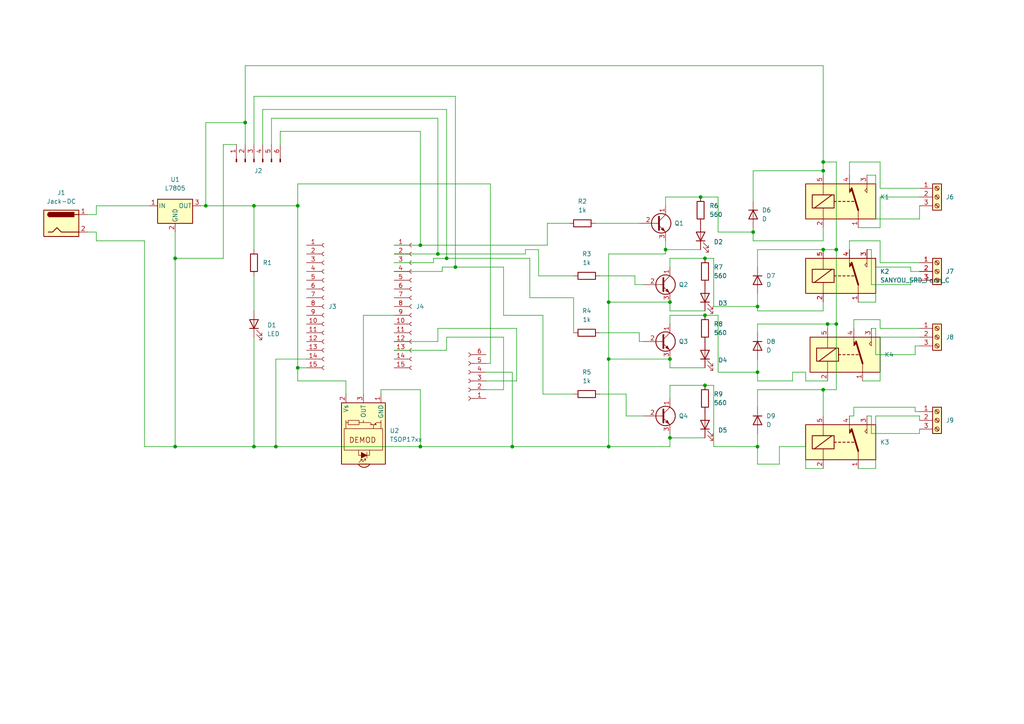
<source format=kicad_sch>
(kicad_sch (version 20211123) (generator eeschema)

  (uuid 21ef1433-7bea-4030-a271-2c2c2f310210)

  (paper "A4")

  (lib_symbols
    (symbol "Connector:Conn_01x06_Female" (pin_names (offset 1.016) hide) (in_bom yes) (on_board yes)
      (property "Reference" "J" (id 0) (at 0 7.62 0)
        (effects (font (size 1.27 1.27)))
      )
      (property "Value" "Conn_01x06_Female" (id 1) (at 0 -10.16 0)
        (effects (font (size 1.27 1.27)))
      )
      (property "Footprint" "" (id 2) (at 0 0 0)
        (effects (font (size 1.27 1.27)) hide)
      )
      (property "Datasheet" "~" (id 3) (at 0 0 0)
        (effects (font (size 1.27 1.27)) hide)
      )
      (property "ki_keywords" "connector" (id 4) (at 0 0 0)
        (effects (font (size 1.27 1.27)) hide)
      )
      (property "ki_description" "Generic connector, single row, 01x06, script generated (kicad-library-utils/schlib/autogen/connector/)" (id 5) (at 0 0 0)
        (effects (font (size 1.27 1.27)) hide)
      )
      (property "ki_fp_filters" "Connector*:*_1x??_*" (id 6) (at 0 0 0)
        (effects (font (size 1.27 1.27)) hide)
      )
      (symbol "Conn_01x06_Female_1_1"
        (arc (start 0 -7.112) (mid -0.508 -7.62) (end 0 -8.128)
          (stroke (width 0.1524) (type default) (color 0 0 0 0))
          (fill (type none))
        )
        (arc (start 0 -4.572) (mid -0.508 -5.08) (end 0 -5.588)
          (stroke (width 0.1524) (type default) (color 0 0 0 0))
          (fill (type none))
        )
        (arc (start 0 -2.032) (mid -0.508 -2.54) (end 0 -3.048)
          (stroke (width 0.1524) (type default) (color 0 0 0 0))
          (fill (type none))
        )
        (polyline
          (pts
            (xy -1.27 -7.62)
            (xy -0.508 -7.62)
          )
          (stroke (width 0.1524) (type default) (color 0 0 0 0))
          (fill (type none))
        )
        (polyline
          (pts
            (xy -1.27 -5.08)
            (xy -0.508 -5.08)
          )
          (stroke (width 0.1524) (type default) (color 0 0 0 0))
          (fill (type none))
        )
        (polyline
          (pts
            (xy -1.27 -2.54)
            (xy -0.508 -2.54)
          )
          (stroke (width 0.1524) (type default) (color 0 0 0 0))
          (fill (type none))
        )
        (polyline
          (pts
            (xy -1.27 0)
            (xy -0.508 0)
          )
          (stroke (width 0.1524) (type default) (color 0 0 0 0))
          (fill (type none))
        )
        (polyline
          (pts
            (xy -1.27 2.54)
            (xy -0.508 2.54)
          )
          (stroke (width 0.1524) (type default) (color 0 0 0 0))
          (fill (type none))
        )
        (polyline
          (pts
            (xy -1.27 5.08)
            (xy -0.508 5.08)
          )
          (stroke (width 0.1524) (type default) (color 0 0 0 0))
          (fill (type none))
        )
        (arc (start 0 0.508) (mid -0.508 0) (end 0 -0.508)
          (stroke (width 0.1524) (type default) (color 0 0 0 0))
          (fill (type none))
        )
        (arc (start 0 3.048) (mid -0.508 2.54) (end 0 2.032)
          (stroke (width 0.1524) (type default) (color 0 0 0 0))
          (fill (type none))
        )
        (arc (start 0 5.588) (mid -0.508 5.08) (end 0 4.572)
          (stroke (width 0.1524) (type default) (color 0 0 0 0))
          (fill (type none))
        )
        (pin passive line (at -5.08 5.08 0) (length 3.81)
          (name "Pin_1" (effects (font (size 1.27 1.27))))
          (number "1" (effects (font (size 1.27 1.27))))
        )
        (pin passive line (at -5.08 2.54 0) (length 3.81)
          (name "Pin_2" (effects (font (size 1.27 1.27))))
          (number "2" (effects (font (size 1.27 1.27))))
        )
        (pin passive line (at -5.08 0 0) (length 3.81)
          (name "Pin_3" (effects (font (size 1.27 1.27))))
          (number "3" (effects (font (size 1.27 1.27))))
        )
        (pin passive line (at -5.08 -2.54 0) (length 3.81)
          (name "Pin_4" (effects (font (size 1.27 1.27))))
          (number "4" (effects (font (size 1.27 1.27))))
        )
        (pin passive line (at -5.08 -5.08 0) (length 3.81)
          (name "Pin_5" (effects (font (size 1.27 1.27))))
          (number "5" (effects (font (size 1.27 1.27))))
        )
        (pin passive line (at -5.08 -7.62 0) (length 3.81)
          (name "Pin_6" (effects (font (size 1.27 1.27))))
          (number "6" (effects (font (size 1.27 1.27))))
        )
      )
    )
    (symbol "Connector:Conn_01x06_Male" (pin_names (offset 1.016) hide) (in_bom yes) (on_board yes)
      (property "Reference" "J" (id 0) (at 0 7.62 0)
        (effects (font (size 1.27 1.27)))
      )
      (property "Value" "Conn_01x06_Male" (id 1) (at 0 -10.16 0)
        (effects (font (size 1.27 1.27)))
      )
      (property "Footprint" "" (id 2) (at 0 0 0)
        (effects (font (size 1.27 1.27)) hide)
      )
      (property "Datasheet" "~" (id 3) (at 0 0 0)
        (effects (font (size 1.27 1.27)) hide)
      )
      (property "ki_keywords" "connector" (id 4) (at 0 0 0)
        (effects (font (size 1.27 1.27)) hide)
      )
      (property "ki_description" "Generic connector, single row, 01x06, script generated (kicad-library-utils/schlib/autogen/connector/)" (id 5) (at 0 0 0)
        (effects (font (size 1.27 1.27)) hide)
      )
      (property "ki_fp_filters" "Connector*:*_1x??_*" (id 6) (at 0 0 0)
        (effects (font (size 1.27 1.27)) hide)
      )
      (symbol "Conn_01x06_Male_1_1"
        (polyline
          (pts
            (xy 1.27 -7.62)
            (xy 0.8636 -7.62)
          )
          (stroke (width 0.1524) (type default) (color 0 0 0 0))
          (fill (type none))
        )
        (polyline
          (pts
            (xy 1.27 -5.08)
            (xy 0.8636 -5.08)
          )
          (stroke (width 0.1524) (type default) (color 0 0 0 0))
          (fill (type none))
        )
        (polyline
          (pts
            (xy 1.27 -2.54)
            (xy 0.8636 -2.54)
          )
          (stroke (width 0.1524) (type default) (color 0 0 0 0))
          (fill (type none))
        )
        (polyline
          (pts
            (xy 1.27 0)
            (xy 0.8636 0)
          )
          (stroke (width 0.1524) (type default) (color 0 0 0 0))
          (fill (type none))
        )
        (polyline
          (pts
            (xy 1.27 2.54)
            (xy 0.8636 2.54)
          )
          (stroke (width 0.1524) (type default) (color 0 0 0 0))
          (fill (type none))
        )
        (polyline
          (pts
            (xy 1.27 5.08)
            (xy 0.8636 5.08)
          )
          (stroke (width 0.1524) (type default) (color 0 0 0 0))
          (fill (type none))
        )
        (rectangle (start 0.8636 -7.493) (end 0 -7.747)
          (stroke (width 0.1524) (type default) (color 0 0 0 0))
          (fill (type outline))
        )
        (rectangle (start 0.8636 -4.953) (end 0 -5.207)
          (stroke (width 0.1524) (type default) (color 0 0 0 0))
          (fill (type outline))
        )
        (rectangle (start 0.8636 -2.413) (end 0 -2.667)
          (stroke (width 0.1524) (type default) (color 0 0 0 0))
          (fill (type outline))
        )
        (rectangle (start 0.8636 0.127) (end 0 -0.127)
          (stroke (width 0.1524) (type default) (color 0 0 0 0))
          (fill (type outline))
        )
        (rectangle (start 0.8636 2.667) (end 0 2.413)
          (stroke (width 0.1524) (type default) (color 0 0 0 0))
          (fill (type outline))
        )
        (rectangle (start 0.8636 5.207) (end 0 4.953)
          (stroke (width 0.1524) (type default) (color 0 0 0 0))
          (fill (type outline))
        )
        (pin passive line (at 5.08 5.08 180) (length 3.81)
          (name "Pin_1" (effects (font (size 1.27 1.27))))
          (number "1" (effects (font (size 1.27 1.27))))
        )
        (pin passive line (at 5.08 2.54 180) (length 3.81)
          (name "Pin_2" (effects (font (size 1.27 1.27))))
          (number "2" (effects (font (size 1.27 1.27))))
        )
        (pin passive line (at 5.08 0 180) (length 3.81)
          (name "Pin_3" (effects (font (size 1.27 1.27))))
          (number "3" (effects (font (size 1.27 1.27))))
        )
        (pin passive line (at 5.08 -2.54 180) (length 3.81)
          (name "Pin_4" (effects (font (size 1.27 1.27))))
          (number "4" (effects (font (size 1.27 1.27))))
        )
        (pin passive line (at 5.08 -5.08 180) (length 3.81)
          (name "Pin_5" (effects (font (size 1.27 1.27))))
          (number "5" (effects (font (size 1.27 1.27))))
        )
        (pin passive line (at 5.08 -7.62 180) (length 3.81)
          (name "Pin_6" (effects (font (size 1.27 1.27))))
          (number "6" (effects (font (size 1.27 1.27))))
        )
      )
    )
    (symbol "Connector:Conn_01x15_Female" (pin_names (offset 1.016) hide) (in_bom yes) (on_board yes)
      (property "Reference" "J" (id 0) (at 0 20.32 0)
        (effects (font (size 1.27 1.27)))
      )
      (property "Value" "Conn_01x15_Female" (id 1) (at 0 -20.32 0)
        (effects (font (size 1.27 1.27)))
      )
      (property "Footprint" "" (id 2) (at 0 0 0)
        (effects (font (size 1.27 1.27)) hide)
      )
      (property "Datasheet" "~" (id 3) (at 0 0 0)
        (effects (font (size 1.27 1.27)) hide)
      )
      (property "ki_keywords" "connector" (id 4) (at 0 0 0)
        (effects (font (size 1.27 1.27)) hide)
      )
      (property "ki_description" "Generic connector, single row, 01x15, script generated (kicad-library-utils/schlib/autogen/connector/)" (id 5) (at 0 0 0)
        (effects (font (size 1.27 1.27)) hide)
      )
      (property "ki_fp_filters" "Connector*:*_1x??_*" (id 6) (at 0 0 0)
        (effects (font (size 1.27 1.27)) hide)
      )
      (symbol "Conn_01x15_Female_1_1"
        (arc (start 0 -17.272) (mid -0.508 -17.78) (end 0 -18.288)
          (stroke (width 0.1524) (type default) (color 0 0 0 0))
          (fill (type none))
        )
        (arc (start 0 -14.732) (mid -0.508 -15.24) (end 0 -15.748)
          (stroke (width 0.1524) (type default) (color 0 0 0 0))
          (fill (type none))
        )
        (arc (start 0 -12.192) (mid -0.508 -12.7) (end 0 -13.208)
          (stroke (width 0.1524) (type default) (color 0 0 0 0))
          (fill (type none))
        )
        (arc (start 0 -9.652) (mid -0.508 -10.16) (end 0 -10.668)
          (stroke (width 0.1524) (type default) (color 0 0 0 0))
          (fill (type none))
        )
        (arc (start 0 -7.112) (mid -0.508 -7.62) (end 0 -8.128)
          (stroke (width 0.1524) (type default) (color 0 0 0 0))
          (fill (type none))
        )
        (arc (start 0 -4.572) (mid -0.508 -5.08) (end 0 -5.588)
          (stroke (width 0.1524) (type default) (color 0 0 0 0))
          (fill (type none))
        )
        (arc (start 0 -2.032) (mid -0.508 -2.54) (end 0 -3.048)
          (stroke (width 0.1524) (type default) (color 0 0 0 0))
          (fill (type none))
        )
        (polyline
          (pts
            (xy -1.27 -17.78)
            (xy -0.508 -17.78)
          )
          (stroke (width 0.1524) (type default) (color 0 0 0 0))
          (fill (type none))
        )
        (polyline
          (pts
            (xy -1.27 -15.24)
            (xy -0.508 -15.24)
          )
          (stroke (width 0.1524) (type default) (color 0 0 0 0))
          (fill (type none))
        )
        (polyline
          (pts
            (xy -1.27 -12.7)
            (xy -0.508 -12.7)
          )
          (stroke (width 0.1524) (type default) (color 0 0 0 0))
          (fill (type none))
        )
        (polyline
          (pts
            (xy -1.27 -10.16)
            (xy -0.508 -10.16)
          )
          (stroke (width 0.1524) (type default) (color 0 0 0 0))
          (fill (type none))
        )
        (polyline
          (pts
            (xy -1.27 -7.62)
            (xy -0.508 -7.62)
          )
          (stroke (width 0.1524) (type default) (color 0 0 0 0))
          (fill (type none))
        )
        (polyline
          (pts
            (xy -1.27 -5.08)
            (xy -0.508 -5.08)
          )
          (stroke (width 0.1524) (type default) (color 0 0 0 0))
          (fill (type none))
        )
        (polyline
          (pts
            (xy -1.27 -2.54)
            (xy -0.508 -2.54)
          )
          (stroke (width 0.1524) (type default) (color 0 0 0 0))
          (fill (type none))
        )
        (polyline
          (pts
            (xy -1.27 0)
            (xy -0.508 0)
          )
          (stroke (width 0.1524) (type default) (color 0 0 0 0))
          (fill (type none))
        )
        (polyline
          (pts
            (xy -1.27 2.54)
            (xy -0.508 2.54)
          )
          (stroke (width 0.1524) (type default) (color 0 0 0 0))
          (fill (type none))
        )
        (polyline
          (pts
            (xy -1.27 5.08)
            (xy -0.508 5.08)
          )
          (stroke (width 0.1524) (type default) (color 0 0 0 0))
          (fill (type none))
        )
        (polyline
          (pts
            (xy -1.27 7.62)
            (xy -0.508 7.62)
          )
          (stroke (width 0.1524) (type default) (color 0 0 0 0))
          (fill (type none))
        )
        (polyline
          (pts
            (xy -1.27 10.16)
            (xy -0.508 10.16)
          )
          (stroke (width 0.1524) (type default) (color 0 0 0 0))
          (fill (type none))
        )
        (polyline
          (pts
            (xy -1.27 12.7)
            (xy -0.508 12.7)
          )
          (stroke (width 0.1524) (type default) (color 0 0 0 0))
          (fill (type none))
        )
        (polyline
          (pts
            (xy -1.27 15.24)
            (xy -0.508 15.24)
          )
          (stroke (width 0.1524) (type default) (color 0 0 0 0))
          (fill (type none))
        )
        (polyline
          (pts
            (xy -1.27 17.78)
            (xy -0.508 17.78)
          )
          (stroke (width 0.1524) (type default) (color 0 0 0 0))
          (fill (type none))
        )
        (arc (start 0 0.508) (mid -0.508 0) (end 0 -0.508)
          (stroke (width 0.1524) (type default) (color 0 0 0 0))
          (fill (type none))
        )
        (arc (start 0 3.048) (mid -0.508 2.54) (end 0 2.032)
          (stroke (width 0.1524) (type default) (color 0 0 0 0))
          (fill (type none))
        )
        (arc (start 0 5.588) (mid -0.508 5.08) (end 0 4.572)
          (stroke (width 0.1524) (type default) (color 0 0 0 0))
          (fill (type none))
        )
        (arc (start 0 8.128) (mid -0.508 7.62) (end 0 7.112)
          (stroke (width 0.1524) (type default) (color 0 0 0 0))
          (fill (type none))
        )
        (arc (start 0 10.668) (mid -0.508 10.16) (end 0 9.652)
          (stroke (width 0.1524) (type default) (color 0 0 0 0))
          (fill (type none))
        )
        (arc (start 0 13.208) (mid -0.508 12.7) (end 0 12.192)
          (stroke (width 0.1524) (type default) (color 0 0 0 0))
          (fill (type none))
        )
        (arc (start 0 15.748) (mid -0.508 15.24) (end 0 14.732)
          (stroke (width 0.1524) (type default) (color 0 0 0 0))
          (fill (type none))
        )
        (arc (start 0 18.288) (mid -0.508 17.78) (end 0 17.272)
          (stroke (width 0.1524) (type default) (color 0 0 0 0))
          (fill (type none))
        )
        (pin passive line (at -5.08 17.78 0) (length 3.81)
          (name "Pin_1" (effects (font (size 1.27 1.27))))
          (number "1" (effects (font (size 1.27 1.27))))
        )
        (pin passive line (at -5.08 -5.08 0) (length 3.81)
          (name "Pin_10" (effects (font (size 1.27 1.27))))
          (number "10" (effects (font (size 1.27 1.27))))
        )
        (pin passive line (at -5.08 -7.62 0) (length 3.81)
          (name "Pin_11" (effects (font (size 1.27 1.27))))
          (number "11" (effects (font (size 1.27 1.27))))
        )
        (pin passive line (at -5.08 -10.16 0) (length 3.81)
          (name "Pin_12" (effects (font (size 1.27 1.27))))
          (number "12" (effects (font (size 1.27 1.27))))
        )
        (pin passive line (at -5.08 -12.7 0) (length 3.81)
          (name "Pin_13" (effects (font (size 1.27 1.27))))
          (number "13" (effects (font (size 1.27 1.27))))
        )
        (pin passive line (at -5.08 -15.24 0) (length 3.81)
          (name "Pin_14" (effects (font (size 1.27 1.27))))
          (number "14" (effects (font (size 1.27 1.27))))
        )
        (pin passive line (at -5.08 -17.78 0) (length 3.81)
          (name "Pin_15" (effects (font (size 1.27 1.27))))
          (number "15" (effects (font (size 1.27 1.27))))
        )
        (pin passive line (at -5.08 15.24 0) (length 3.81)
          (name "Pin_2" (effects (font (size 1.27 1.27))))
          (number "2" (effects (font (size 1.27 1.27))))
        )
        (pin passive line (at -5.08 12.7 0) (length 3.81)
          (name "Pin_3" (effects (font (size 1.27 1.27))))
          (number "3" (effects (font (size 1.27 1.27))))
        )
        (pin passive line (at -5.08 10.16 0) (length 3.81)
          (name "Pin_4" (effects (font (size 1.27 1.27))))
          (number "4" (effects (font (size 1.27 1.27))))
        )
        (pin passive line (at -5.08 7.62 0) (length 3.81)
          (name "Pin_5" (effects (font (size 1.27 1.27))))
          (number "5" (effects (font (size 1.27 1.27))))
        )
        (pin passive line (at -5.08 5.08 0) (length 3.81)
          (name "Pin_6" (effects (font (size 1.27 1.27))))
          (number "6" (effects (font (size 1.27 1.27))))
        )
        (pin passive line (at -5.08 2.54 0) (length 3.81)
          (name "Pin_7" (effects (font (size 1.27 1.27))))
          (number "7" (effects (font (size 1.27 1.27))))
        )
        (pin passive line (at -5.08 0 0) (length 3.81)
          (name "Pin_8" (effects (font (size 1.27 1.27))))
          (number "8" (effects (font (size 1.27 1.27))))
        )
        (pin passive line (at -5.08 -2.54 0) (length 3.81)
          (name "Pin_9" (effects (font (size 1.27 1.27))))
          (number "9" (effects (font (size 1.27 1.27))))
        )
      )
    )
    (symbol "Connector:Jack-DC" (pin_names (offset 1.016)) (in_bom yes) (on_board yes)
      (property "Reference" "J" (id 0) (at 0 5.334 0)
        (effects (font (size 1.27 1.27)))
      )
      (property "Value" "Jack-DC" (id 1) (at 0 -5.08 0)
        (effects (font (size 1.27 1.27)))
      )
      (property "Footprint" "" (id 2) (at 1.27 -1.016 0)
        (effects (font (size 1.27 1.27)) hide)
      )
      (property "Datasheet" "~" (id 3) (at 1.27 -1.016 0)
        (effects (font (size 1.27 1.27)) hide)
      )
      (property "ki_keywords" "DC power barrel jack connector" (id 4) (at 0 0 0)
        (effects (font (size 1.27 1.27)) hide)
      )
      (property "ki_description" "DC Barrel Jack" (id 5) (at 0 0 0)
        (effects (font (size 1.27 1.27)) hide)
      )
      (property "ki_fp_filters" "BarrelJack*" (id 6) (at 0 0 0)
        (effects (font (size 1.27 1.27)) hide)
      )
      (symbol "Jack-DC_0_1"
        (rectangle (start -5.08 3.81) (end 5.08 -3.81)
          (stroke (width 0.254) (type default) (color 0 0 0 0))
          (fill (type background))
        )
        (arc (start -3.302 3.175) (mid -3.937 2.54) (end -3.302 1.905)
          (stroke (width 0.254) (type default) (color 0 0 0 0))
          (fill (type none))
        )
        (arc (start -3.302 3.175) (mid -3.937 2.54) (end -3.302 1.905)
          (stroke (width 0.254) (type default) (color 0 0 0 0))
          (fill (type outline))
        )
        (polyline
          (pts
            (xy 5.08 2.54)
            (xy 3.81 2.54)
          )
          (stroke (width 0.254) (type default) (color 0 0 0 0))
          (fill (type none))
        )
        (polyline
          (pts
            (xy -3.81 -2.54)
            (xy -2.54 -2.54)
            (xy -1.27 -1.27)
            (xy 0 -2.54)
            (xy 2.54 -2.54)
            (xy 5.08 -2.54)
          )
          (stroke (width 0.254) (type default) (color 0 0 0 0))
          (fill (type none))
        )
        (rectangle (start 3.683 3.175) (end -3.302 1.905)
          (stroke (width 0.254) (type default) (color 0 0 0 0))
          (fill (type outline))
        )
      )
      (symbol "Jack-DC_1_1"
        (pin passive line (at 7.62 2.54 180) (length 2.54)
          (name "~" (effects (font (size 1.27 1.27))))
          (number "1" (effects (font (size 1.27 1.27))))
        )
        (pin passive line (at 7.62 -2.54 180) (length 2.54)
          (name "~" (effects (font (size 1.27 1.27))))
          (number "2" (effects (font (size 1.27 1.27))))
        )
      )
    )
    (symbol "Connector:Screw_Terminal_01x03" (pin_names (offset 1.016) hide) (in_bom yes) (on_board yes)
      (property "Reference" "J" (id 0) (at 0 5.08 0)
        (effects (font (size 1.27 1.27)))
      )
      (property "Value" "Screw_Terminal_01x03" (id 1) (at 0 -5.08 0)
        (effects (font (size 1.27 1.27)))
      )
      (property "Footprint" "" (id 2) (at 0 0 0)
        (effects (font (size 1.27 1.27)) hide)
      )
      (property "Datasheet" "~" (id 3) (at 0 0 0)
        (effects (font (size 1.27 1.27)) hide)
      )
      (property "ki_keywords" "screw terminal" (id 4) (at 0 0 0)
        (effects (font (size 1.27 1.27)) hide)
      )
      (property "ki_description" "Generic screw terminal, single row, 01x03, script generated (kicad-library-utils/schlib/autogen/connector/)" (id 5) (at 0 0 0)
        (effects (font (size 1.27 1.27)) hide)
      )
      (property "ki_fp_filters" "TerminalBlock*:*" (id 6) (at 0 0 0)
        (effects (font (size 1.27 1.27)) hide)
      )
      (symbol "Screw_Terminal_01x03_1_1"
        (rectangle (start -1.27 3.81) (end 1.27 -3.81)
          (stroke (width 0.254) (type default) (color 0 0 0 0))
          (fill (type background))
        )
        (circle (center 0 -2.54) (radius 0.635)
          (stroke (width 0.1524) (type default) (color 0 0 0 0))
          (fill (type none))
        )
        (polyline
          (pts
            (xy -0.5334 -2.2098)
            (xy 0.3302 -3.048)
          )
          (stroke (width 0.1524) (type default) (color 0 0 0 0))
          (fill (type none))
        )
        (polyline
          (pts
            (xy -0.5334 0.3302)
            (xy 0.3302 -0.508)
          )
          (stroke (width 0.1524) (type default) (color 0 0 0 0))
          (fill (type none))
        )
        (polyline
          (pts
            (xy -0.5334 2.8702)
            (xy 0.3302 2.032)
          )
          (stroke (width 0.1524) (type default) (color 0 0 0 0))
          (fill (type none))
        )
        (polyline
          (pts
            (xy -0.3556 -2.032)
            (xy 0.508 -2.8702)
          )
          (stroke (width 0.1524) (type default) (color 0 0 0 0))
          (fill (type none))
        )
        (polyline
          (pts
            (xy -0.3556 0.508)
            (xy 0.508 -0.3302)
          )
          (stroke (width 0.1524) (type default) (color 0 0 0 0))
          (fill (type none))
        )
        (polyline
          (pts
            (xy -0.3556 3.048)
            (xy 0.508 2.2098)
          )
          (stroke (width 0.1524) (type default) (color 0 0 0 0))
          (fill (type none))
        )
        (circle (center 0 0) (radius 0.635)
          (stroke (width 0.1524) (type default) (color 0 0 0 0))
          (fill (type none))
        )
        (circle (center 0 2.54) (radius 0.635)
          (stroke (width 0.1524) (type default) (color 0 0 0 0))
          (fill (type none))
        )
        (pin passive line (at -5.08 2.54 0) (length 3.81)
          (name "Pin_1" (effects (font (size 1.27 1.27))))
          (number "1" (effects (font (size 1.27 1.27))))
        )
        (pin passive line (at -5.08 0 0) (length 3.81)
          (name "Pin_2" (effects (font (size 1.27 1.27))))
          (number "2" (effects (font (size 1.27 1.27))))
        )
        (pin passive line (at -5.08 -2.54 0) (length 3.81)
          (name "Pin_3" (effects (font (size 1.27 1.27))))
          (number "3" (effects (font (size 1.27 1.27))))
        )
      )
    )
    (symbol "Device:D" (pin_numbers hide) (pin_names (offset 1.016) hide) (in_bom yes) (on_board yes)
      (property "Reference" "D" (id 0) (at 0 2.54 0)
        (effects (font (size 1.27 1.27)))
      )
      (property "Value" "D" (id 1) (at 0 -2.54 0)
        (effects (font (size 1.27 1.27)))
      )
      (property "Footprint" "" (id 2) (at 0 0 0)
        (effects (font (size 1.27 1.27)) hide)
      )
      (property "Datasheet" "~" (id 3) (at 0 0 0)
        (effects (font (size 1.27 1.27)) hide)
      )
      (property "ki_keywords" "diode" (id 4) (at 0 0 0)
        (effects (font (size 1.27 1.27)) hide)
      )
      (property "ki_description" "Diode" (id 5) (at 0 0 0)
        (effects (font (size 1.27 1.27)) hide)
      )
      (property "ki_fp_filters" "TO-???* *_Diode_* *SingleDiode* D_*" (id 6) (at 0 0 0)
        (effects (font (size 1.27 1.27)) hide)
      )
      (symbol "D_0_1"
        (polyline
          (pts
            (xy -1.27 1.27)
            (xy -1.27 -1.27)
          )
          (stroke (width 0.254) (type default) (color 0 0 0 0))
          (fill (type none))
        )
        (polyline
          (pts
            (xy 1.27 0)
            (xy -1.27 0)
          )
          (stroke (width 0) (type default) (color 0 0 0 0))
          (fill (type none))
        )
        (polyline
          (pts
            (xy 1.27 1.27)
            (xy 1.27 -1.27)
            (xy -1.27 0)
            (xy 1.27 1.27)
          )
          (stroke (width 0.254) (type default) (color 0 0 0 0))
          (fill (type none))
        )
      )
      (symbol "D_1_1"
        (pin passive line (at -3.81 0 0) (length 2.54)
          (name "K" (effects (font (size 1.27 1.27))))
          (number "1" (effects (font (size 1.27 1.27))))
        )
        (pin passive line (at 3.81 0 180) (length 2.54)
          (name "A" (effects (font (size 1.27 1.27))))
          (number "2" (effects (font (size 1.27 1.27))))
        )
      )
    )
    (symbol "Device:LED" (pin_numbers hide) (pin_names (offset 1.016) hide) (in_bom yes) (on_board yes)
      (property "Reference" "D" (id 0) (at 0 2.54 0)
        (effects (font (size 1.27 1.27)))
      )
      (property "Value" "LED" (id 1) (at 0 -2.54 0)
        (effects (font (size 1.27 1.27)))
      )
      (property "Footprint" "" (id 2) (at 0 0 0)
        (effects (font (size 1.27 1.27)) hide)
      )
      (property "Datasheet" "~" (id 3) (at 0 0 0)
        (effects (font (size 1.27 1.27)) hide)
      )
      (property "ki_keywords" "LED diode" (id 4) (at 0 0 0)
        (effects (font (size 1.27 1.27)) hide)
      )
      (property "ki_description" "Light emitting diode" (id 5) (at 0 0 0)
        (effects (font (size 1.27 1.27)) hide)
      )
      (property "ki_fp_filters" "LED* LED_SMD:* LED_THT:*" (id 6) (at 0 0 0)
        (effects (font (size 1.27 1.27)) hide)
      )
      (symbol "LED_0_1"
        (polyline
          (pts
            (xy -1.27 -1.27)
            (xy -1.27 1.27)
          )
          (stroke (width 0.254) (type default) (color 0 0 0 0))
          (fill (type none))
        )
        (polyline
          (pts
            (xy -1.27 0)
            (xy 1.27 0)
          )
          (stroke (width 0) (type default) (color 0 0 0 0))
          (fill (type none))
        )
        (polyline
          (pts
            (xy 1.27 -1.27)
            (xy 1.27 1.27)
            (xy -1.27 0)
            (xy 1.27 -1.27)
          )
          (stroke (width 0.254) (type default) (color 0 0 0 0))
          (fill (type none))
        )
        (polyline
          (pts
            (xy -3.048 -0.762)
            (xy -4.572 -2.286)
            (xy -3.81 -2.286)
            (xy -4.572 -2.286)
            (xy -4.572 -1.524)
          )
          (stroke (width 0) (type default) (color 0 0 0 0))
          (fill (type none))
        )
        (polyline
          (pts
            (xy -1.778 -0.762)
            (xy -3.302 -2.286)
            (xy -2.54 -2.286)
            (xy -3.302 -2.286)
            (xy -3.302 -1.524)
          )
          (stroke (width 0) (type default) (color 0 0 0 0))
          (fill (type none))
        )
      )
      (symbol "LED_1_1"
        (pin passive line (at -3.81 0 0) (length 2.54)
          (name "K" (effects (font (size 1.27 1.27))))
          (number "1" (effects (font (size 1.27 1.27))))
        )
        (pin passive line (at 3.81 0 180) (length 2.54)
          (name "A" (effects (font (size 1.27 1.27))))
          (number "2" (effects (font (size 1.27 1.27))))
        )
      )
    )
    (symbol "Device:R" (pin_numbers hide) (pin_names (offset 0)) (in_bom yes) (on_board yes)
      (property "Reference" "R" (id 0) (at 2.032 0 90)
        (effects (font (size 1.27 1.27)))
      )
      (property "Value" "R" (id 1) (at 0 0 90)
        (effects (font (size 1.27 1.27)))
      )
      (property "Footprint" "" (id 2) (at -1.778 0 90)
        (effects (font (size 1.27 1.27)) hide)
      )
      (property "Datasheet" "~" (id 3) (at 0 0 0)
        (effects (font (size 1.27 1.27)) hide)
      )
      (property "ki_keywords" "R res resistor" (id 4) (at 0 0 0)
        (effects (font (size 1.27 1.27)) hide)
      )
      (property "ki_description" "Resistor" (id 5) (at 0 0 0)
        (effects (font (size 1.27 1.27)) hide)
      )
      (property "ki_fp_filters" "R_*" (id 6) (at 0 0 0)
        (effects (font (size 1.27 1.27)) hide)
      )
      (symbol "R_0_1"
        (rectangle (start -1.016 -2.54) (end 1.016 2.54)
          (stroke (width 0.254) (type default) (color 0 0 0 0))
          (fill (type none))
        )
      )
      (symbol "R_1_1"
        (pin passive line (at 0 3.81 270) (length 1.27)
          (name "~" (effects (font (size 1.27 1.27))))
          (number "1" (effects (font (size 1.27 1.27))))
        )
        (pin passive line (at 0 -3.81 90) (length 1.27)
          (name "~" (effects (font (size 1.27 1.27))))
          (number "2" (effects (font (size 1.27 1.27))))
        )
      )
    )
    (symbol "Interface_Optical:TSOP17xx" (in_bom yes) (on_board yes)
      (property "Reference" "U" (id 0) (at -10.16 7.62 0)
        (effects (font (size 1.27 1.27)) (justify left))
      )
      (property "Value" "TSOP17xx" (id 1) (at -10.16 -7.62 0)
        (effects (font (size 1.27 1.27)) (justify left))
      )
      (property "Footprint" "OptoDevice:Vishay_CAST-3Pin" (id 2) (at -1.27 -9.525 0)
        (effects (font (size 1.27 1.27)) hide)
      )
      (property "Datasheet" "http://www.micropik.com/PDF/tsop17xx.pdf" (id 3) (at 16.51 7.62 0)
        (effects (font (size 1.27 1.27)) hide)
      )
      (property "ki_keywords" "opto IR receiver" (id 4) (at 0 0 0)
        (effects (font (size 1.27 1.27)) hide)
      )
      (property "ki_description" "Photo Modules for PCM Remote Control Systems" (id 5) (at 0 0 0)
        (effects (font (size 1.27 1.27)) hide)
      )
      (property "ki_fp_filters" "Vishay*CAST*" (id 6) (at 0 0 0)
        (effects (font (size 1.27 1.27)) hide)
      )
      (symbol "TSOP17xx_0_0"
        (arc (start -10.287 1.397) (mid -11.0899 -0.1852) (end -10.287 -1.778)
          (stroke (width 0.254) (type default) (color 0 0 0 0))
          (fill (type background))
        )
        (polyline
          (pts
            (xy 1.905 -5.08)
            (xy 0.127 -5.08)
          )
          (stroke (width 0) (type default) (color 0 0 0 0))
          (fill (type none))
        )
        (polyline
          (pts
            (xy 1.905 5.08)
            (xy 0.127 5.08)
          )
          (stroke (width 0) (type default) (color 0 0 0 0))
          (fill (type none))
        )
        (text "DEMOD" (at -3.175 0.254 900)
          (effects (font (size 1.524 1.524)))
        )
      )
      (symbol "TSOP17xx_0_1"
        (rectangle (start -6.096 5.588) (end 0.127 -5.588)
          (stroke (width 0) (type default) (color 0 0 0 0))
          (fill (type none))
        )
        (polyline
          (pts
            (xy -8.763 0.381)
            (xy -9.652 1.27)
          )
          (stroke (width 0) (type default) (color 0 0 0 0))
          (fill (type none))
        )
        (polyline
          (pts
            (xy -8.763 0.381)
            (xy -9.271 0.381)
          )
          (stroke (width 0) (type default) (color 0 0 0 0))
          (fill (type none))
        )
        (polyline
          (pts
            (xy -8.763 0.381)
            (xy -8.763 0.889)
          )
          (stroke (width 0) (type default) (color 0 0 0 0))
          (fill (type none))
        )
        (polyline
          (pts
            (xy -8.636 -0.635)
            (xy -9.525 0.254)
          )
          (stroke (width 0) (type default) (color 0 0 0 0))
          (fill (type none))
        )
        (polyline
          (pts
            (xy -8.636 -0.635)
            (xy -9.144 -0.635)
          )
          (stroke (width 0) (type default) (color 0 0 0 0))
          (fill (type none))
        )
        (polyline
          (pts
            (xy -8.636 -0.635)
            (xy -8.636 -0.127)
          )
          (stroke (width 0) (type default) (color 0 0 0 0))
          (fill (type none))
        )
        (polyline
          (pts
            (xy -8.382 -1.016)
            (xy -6.731 -1.016)
          )
          (stroke (width 0) (type default) (color 0 0 0 0))
          (fill (type none))
        )
        (polyline
          (pts
            (xy 1.27 -2.921)
            (xy 0.127 -2.921)
          )
          (stroke (width 0) (type default) (color 0 0 0 0))
          (fill (type none))
        )
        (polyline
          (pts
            (xy 1.27 -1.905)
            (xy 1.27 -3.81)
          )
          (stroke (width 0) (type default) (color 0 0 0 0))
          (fill (type none))
        )
        (polyline
          (pts
            (xy 1.397 -3.556)
            (xy 1.524 -3.556)
          )
          (stroke (width 0) (type default) (color 0 0 0 0))
          (fill (type none))
        )
        (polyline
          (pts
            (xy 1.651 -3.556)
            (xy 1.524 -3.556)
          )
          (stroke (width 0) (type default) (color 0 0 0 0))
          (fill (type none))
        )
        (polyline
          (pts
            (xy 1.651 -3.556)
            (xy 1.651 -3.302)
          )
          (stroke (width 0) (type default) (color 0 0 0 0))
          (fill (type none))
        )
        (polyline
          (pts
            (xy 1.905 0)
            (xy 1.905 1.27)
          )
          (stroke (width 0) (type default) (color 0 0 0 0))
          (fill (type none))
        )
        (polyline
          (pts
            (xy 1.905 4.445)
            (xy 1.905 5.08)
            (xy 2.54 5.08)
          )
          (stroke (width 0) (type default) (color 0 0 0 0))
          (fill (type none))
        )
        (polyline
          (pts
            (xy -8.382 0.635)
            (xy -6.731 0.635)
            (xy -7.62 -1.016)
            (xy -8.382 0.635)
          )
          (stroke (width 0) (type default) (color 0 0 0 0))
          (fill (type outline))
        )
        (polyline
          (pts
            (xy -6.096 1.397)
            (xy -7.62 1.397)
            (xy -7.62 -1.778)
            (xy -6.096 -1.778)
          )
          (stroke (width 0) (type default) (color 0 0 0 0))
          (fill (type none))
        )
        (polyline
          (pts
            (xy 1.27 -3.175)
            (xy 1.905 -3.81)
            (xy 1.905 -5.08)
            (xy 2.54 -5.08)
          )
          (stroke (width 0) (type default) (color 0 0 0 0))
          (fill (type none))
        )
        (polyline
          (pts
            (xy 1.27 -2.54)
            (xy 1.905 -1.905)
            (xy 1.905 0)
            (xy 2.54 0)
          )
          (stroke (width 0) (type default) (color 0 0 0 0))
          (fill (type none))
        )
        (rectangle (start 2.54 1.27) (end 1.27 4.445)
          (stroke (width 0) (type default) (color 0 0 0 0))
          (fill (type none))
        )
        (rectangle (start 7.62 6.35) (end -10.16 -6.35)
          (stroke (width 0.254) (type default) (color 0 0 0 0))
          (fill (type background))
        )
      )
      (symbol "TSOP17xx_1_1"
        (pin power_in line (at 10.16 -5.08 180) (length 2.54)
          (name "GND" (effects (font (size 1.27 1.27))))
          (number "1" (effects (font (size 1.27 1.27))))
        )
        (pin power_in line (at 10.16 5.08 180) (length 2.54)
          (name "Vs" (effects (font (size 1.27 1.27))))
          (number "2" (effects (font (size 1.27 1.27))))
        )
        (pin output line (at 10.16 0 180) (length 2.54)
          (name "OUT" (effects (font (size 1.27 1.27))))
          (number "3" (effects (font (size 1.27 1.27))))
        )
      )
    )
    (symbol "Regulator_Linear:L7805" (pin_names (offset 0.254)) (in_bom yes) (on_board yes)
      (property "Reference" "U" (id 0) (at -3.81 3.175 0)
        (effects (font (size 1.27 1.27)))
      )
      (property "Value" "L7805" (id 1) (at 0 3.175 0)
        (effects (font (size 1.27 1.27)) (justify left))
      )
      (property "Footprint" "" (id 2) (at 0.635 -3.81 0)
        (effects (font (size 1.27 1.27) italic) (justify left) hide)
      )
      (property "Datasheet" "http://www.st.com/content/ccc/resource/technical/document/datasheet/41/4f/b3/b0/12/d4/47/88/CD00000444.pdf/files/CD00000444.pdf/jcr:content/translations/en.CD00000444.pdf" (id 3) (at 0 -1.27 0)
        (effects (font (size 1.27 1.27)) hide)
      )
      (property "ki_keywords" "Voltage Regulator 1.5A Positive" (id 4) (at 0 0 0)
        (effects (font (size 1.27 1.27)) hide)
      )
      (property "ki_description" "Positive 1.5A 35V Linear Regulator, Fixed Output 5V, TO-220/TO-263/TO-252" (id 5) (at 0 0 0)
        (effects (font (size 1.27 1.27)) hide)
      )
      (property "ki_fp_filters" "TO?252* TO?263* TO?220*" (id 6) (at 0 0 0)
        (effects (font (size 1.27 1.27)) hide)
      )
      (symbol "L7805_0_1"
        (rectangle (start -5.08 1.905) (end 5.08 -5.08)
          (stroke (width 0.254) (type default) (color 0 0 0 0))
          (fill (type background))
        )
      )
      (symbol "L7805_1_1"
        (pin power_in line (at -7.62 0 0) (length 2.54)
          (name "IN" (effects (font (size 1.27 1.27))))
          (number "1" (effects (font (size 1.27 1.27))))
        )
        (pin power_in line (at 0 -7.62 90) (length 2.54)
          (name "GND" (effects (font (size 1.27 1.27))))
          (number "2" (effects (font (size 1.27 1.27))))
        )
        (pin power_out line (at 7.62 0 180) (length 2.54)
          (name "OUT" (effects (font (size 1.27 1.27))))
          (number "3" (effects (font (size 1.27 1.27))))
        )
      )
    )
    (symbol "Relay:SANYOU_SRD_Form_C" (in_bom yes) (on_board yes)
      (property "Reference" "K" (id 0) (at 11.43 3.81 0)
        (effects (font (size 1.27 1.27)) (justify left))
      )
      (property "Value" "SANYOU_SRD_Form_C" (id 1) (at 11.43 1.27 0)
        (effects (font (size 1.27 1.27)) (justify left))
      )
      (property "Footprint" "Relay_THT:Relay_SPDT_SANYOU_SRD_Series_Form_C" (id 2) (at 11.43 -1.27 0)
        (effects (font (size 1.27 1.27)) (justify left) hide)
      )
      (property "Datasheet" "http://www.sanyourelay.ca/public/products/pdf/SRD.pdf" (id 3) (at 0 0 0)
        (effects (font (size 1.27 1.27)) hide)
      )
      (property "ki_keywords" "Single Pole Relay SPDT" (id 4) (at 0 0 0)
        (effects (font (size 1.27 1.27)) hide)
      )
      (property "ki_description" "Sanyo SRD relay, Single Pole Miniature Power Relay," (id 5) (at 0 0 0)
        (effects (font (size 1.27 1.27)) hide)
      )
      (property "ki_fp_filters" "Relay*SPDT*SANYOU*SRD*Series*Form*C*" (id 6) (at 0 0 0)
        (effects (font (size 1.27 1.27)) hide)
      )
      (symbol "SANYOU_SRD_Form_C_0_0"
        (polyline
          (pts
            (xy 7.62 5.08)
            (xy 7.62 2.54)
            (xy 6.985 3.175)
            (xy 7.62 3.81)
          )
          (stroke (width 0) (type default) (color 0 0 0 0))
          (fill (type none))
        )
      )
      (symbol "SANYOU_SRD_Form_C_0_1"
        (rectangle (start -10.16 5.08) (end 10.16 -5.08)
          (stroke (width 0.254) (type default) (color 0 0 0 0))
          (fill (type background))
        )
        (rectangle (start -8.255 1.905) (end -1.905 -1.905)
          (stroke (width 0.254) (type default) (color 0 0 0 0))
          (fill (type none))
        )
        (polyline
          (pts
            (xy -7.62 -1.905)
            (xy -2.54 1.905)
          )
          (stroke (width 0.254) (type default) (color 0 0 0 0))
          (fill (type none))
        )
        (polyline
          (pts
            (xy -5.08 -5.08)
            (xy -5.08 -1.905)
          )
          (stroke (width 0) (type default) (color 0 0 0 0))
          (fill (type none))
        )
        (polyline
          (pts
            (xy -5.08 5.08)
            (xy -5.08 1.905)
          )
          (stroke (width 0) (type default) (color 0 0 0 0))
          (fill (type none))
        )
        (polyline
          (pts
            (xy -1.905 0)
            (xy -1.27 0)
          )
          (stroke (width 0.254) (type default) (color 0 0 0 0))
          (fill (type none))
        )
        (polyline
          (pts
            (xy -0.635 0)
            (xy 0 0)
          )
          (stroke (width 0.254) (type default) (color 0 0 0 0))
          (fill (type none))
        )
        (polyline
          (pts
            (xy 0.635 0)
            (xy 1.27 0)
          )
          (stroke (width 0.254) (type default) (color 0 0 0 0))
          (fill (type none))
        )
        (polyline
          (pts
            (xy 1.905 0)
            (xy 2.54 0)
          )
          (stroke (width 0.254) (type default) (color 0 0 0 0))
          (fill (type none))
        )
        (polyline
          (pts
            (xy 3.175 0)
            (xy 3.81 0)
          )
          (stroke (width 0.254) (type default) (color 0 0 0 0))
          (fill (type none))
        )
        (polyline
          (pts
            (xy 5.08 -2.54)
            (xy 3.175 3.81)
          )
          (stroke (width 0.508) (type default) (color 0 0 0 0))
          (fill (type none))
        )
        (polyline
          (pts
            (xy 5.08 -2.54)
            (xy 5.08 -5.08)
          )
          (stroke (width 0) (type default) (color 0 0 0 0))
          (fill (type none))
        )
      )
      (symbol "SANYOU_SRD_Form_C_1_1"
        (polyline
          (pts
            (xy 2.54 3.81)
            (xy 3.175 3.175)
            (xy 2.54 2.54)
            (xy 2.54 5.08)
          )
          (stroke (width 0) (type default) (color 0 0 0 0))
          (fill (type outline))
        )
        (pin passive line (at 5.08 -7.62 90) (length 2.54)
          (name "~" (effects (font (size 1.27 1.27))))
          (number "1" (effects (font (size 1.27 1.27))))
        )
        (pin passive line (at -5.08 -7.62 90) (length 2.54)
          (name "~" (effects (font (size 1.27 1.27))))
          (number "2" (effects (font (size 1.27 1.27))))
        )
        (pin passive line (at 7.62 7.62 270) (length 2.54)
          (name "~" (effects (font (size 1.27 1.27))))
          (number "3" (effects (font (size 1.27 1.27))))
        )
        (pin passive line (at 2.54 7.62 270) (length 2.54)
          (name "~" (effects (font (size 1.27 1.27))))
          (number "4" (effects (font (size 1.27 1.27))))
        )
        (pin passive line (at -5.08 7.62 270) (length 2.54)
          (name "~" (effects (font (size 1.27 1.27))))
          (number "5" (effects (font (size 1.27 1.27))))
        )
      )
    )
    (symbol "Transistor_BJT:BC547" (pin_names (offset 0) hide) (in_bom yes) (on_board yes)
      (property "Reference" "Q" (id 0) (at 5.08 1.905 0)
        (effects (font (size 1.27 1.27)) (justify left))
      )
      (property "Value" "BC547" (id 1) (at 5.08 0 0)
        (effects (font (size 1.27 1.27)) (justify left))
      )
      (property "Footprint" "Package_TO_SOT_THT:TO-92_Inline" (id 2) (at 5.08 -1.905 0)
        (effects (font (size 1.27 1.27) italic) (justify left) hide)
      )
      (property "Datasheet" "https://www.onsemi.com/pub/Collateral/BC550-D.pdf" (id 3) (at 0 0 0)
        (effects (font (size 1.27 1.27)) (justify left) hide)
      )
      (property "ki_keywords" "NPN Transistor" (id 4) (at 0 0 0)
        (effects (font (size 1.27 1.27)) hide)
      )
      (property "ki_description" "0.1A Ic, 45V Vce, Small Signal NPN Transistor, TO-92" (id 5) (at 0 0 0)
        (effects (font (size 1.27 1.27)) hide)
      )
      (property "ki_fp_filters" "TO?92*" (id 6) (at 0 0 0)
        (effects (font (size 1.27 1.27)) hide)
      )
      (symbol "BC547_0_1"
        (polyline
          (pts
            (xy 0 0)
            (xy 0.635 0)
          )
          (stroke (width 0) (type default) (color 0 0 0 0))
          (fill (type none))
        )
        (polyline
          (pts
            (xy 0.635 0.635)
            (xy 2.54 2.54)
          )
          (stroke (width 0) (type default) (color 0 0 0 0))
          (fill (type none))
        )
        (polyline
          (pts
            (xy 0.635 -0.635)
            (xy 2.54 -2.54)
            (xy 2.54 -2.54)
          )
          (stroke (width 0) (type default) (color 0 0 0 0))
          (fill (type none))
        )
        (polyline
          (pts
            (xy 0.635 1.905)
            (xy 0.635 -1.905)
            (xy 0.635 -1.905)
          )
          (stroke (width 0.508) (type default) (color 0 0 0 0))
          (fill (type none))
        )
        (polyline
          (pts
            (xy 1.27 -1.778)
            (xy 1.778 -1.27)
            (xy 2.286 -2.286)
            (xy 1.27 -1.778)
            (xy 1.27 -1.778)
          )
          (stroke (width 0) (type default) (color 0 0 0 0))
          (fill (type outline))
        )
        (circle (center 1.27 0) (radius 2.8194)
          (stroke (width 0.254) (type default) (color 0 0 0 0))
          (fill (type none))
        )
      )
      (symbol "BC547_1_1"
        (pin passive line (at 2.54 5.08 270) (length 2.54)
          (name "C" (effects (font (size 1.27 1.27))))
          (number "1" (effects (font (size 1.27 1.27))))
        )
        (pin input line (at -5.08 0 0) (length 5.08)
          (name "B" (effects (font (size 1.27 1.27))))
          (number "2" (effects (font (size 1.27 1.27))))
        )
        (pin passive line (at 2.54 -5.08 90) (length 2.54)
          (name "E" (effects (font (size 1.27 1.27))))
          (number "3" (effects (font (size 1.27 1.27))))
        )
      )
    )
  )

  (junction (at 238.76 49.53) (diameter 0) (color 0 0 0 0)
    (uuid 04de0ffa-25b9-43a0-9e8a-c841c3321472)
  )
  (junction (at 132.08 77.47) (diameter 0) (color 0 0 0 0)
    (uuid 07e6a701-550e-4450-896f-a3ce69d0b682)
  )
  (junction (at 194.31 87.63) (diameter 0) (color 0 0 0 0)
    (uuid 0a4c1d39-de8b-489f-b88d-4301475d3f25)
  )
  (junction (at 86.36 106.68) (diameter 0) (color 0 0 0 0)
    (uuid 1b260866-8a25-482d-8bdb-000265b0027c)
  )
  (junction (at 50.8 129.54) (diameter 0) (color 0 0 0 0)
    (uuid 1c32f461-97a4-4b94-8111-c48d287e854e)
  )
  (junction (at 203.2 57.15) (diameter 0) (color 0 0 0 0)
    (uuid 1e5be463-7503-492a-906d-6d3f32671212)
  )
  (junction (at 121.92 129.54) (diameter 0) (color 0 0 0 0)
    (uuid 209eec71-94e0-4d16-b732-46771f521dd8)
  )
  (junction (at 238.76 72.39) (diameter 0) (color 0 0 0 0)
    (uuid 28ffd019-3183-4727-a360-02e8e0071026)
  )
  (junction (at 238.76 113.03) (diameter 0) (color 0 0 0 0)
    (uuid 30b378d2-c792-4f50-86dd-3628a6030a93)
  )
  (junction (at 219.71 129.54) (diameter 0) (color 0 0 0 0)
    (uuid 43ca6881-d40d-4359-a895-745856bec9bb)
  )
  (junction (at 127 73.66) (diameter 0) (color 0 0 0 0)
    (uuid 4c06e3dd-5e66-4970-a743-a9f74ce20c3a)
  )
  (junction (at 242.57 93.98) (diameter 0) (color 0 0 0 0)
    (uuid 664d544f-1935-40d9-9c93-2f1c87f739fe)
  )
  (junction (at 218.44 67.31) (diameter 0) (color 0 0 0 0)
    (uuid 763d2923-8ff1-40c2-a6d7-91dedd37d194)
  )
  (junction (at 148.59 129.54) (diameter 0) (color 0 0 0 0)
    (uuid 7ac56be4-ef29-4a73-9b2c-85677687ccab)
  )
  (junction (at 71.12 35.56) (diameter 0) (color 0 0 0 0)
    (uuid 7d4c280e-3ac8-4297-aacc-99fe7ec17cdb)
  )
  (junction (at 242.57 72.39) (diameter 0) (color 0 0 0 0)
    (uuid 821d3738-fb96-4df8-a8da-cbef42899be1)
  )
  (junction (at 59.69 59.69) (diameter 0) (color 0 0 0 0)
    (uuid 850746ce-cb5a-45b9-aea5-22f92149ea95)
  )
  (junction (at 238.76 46.99) (diameter 0) (color 0 0 0 0)
    (uuid 85e0686a-3698-4d41-8637-f2054f77c2d6)
  )
  (junction (at 80.01 129.54) (diameter 0) (color 0 0 0 0)
    (uuid 94fc78ed-f765-42ef-9f41-289e552fc055)
  )
  (junction (at 204.47 74.93) (diameter 0) (color 0 0 0 0)
    (uuid 9a38ce73-53ed-4628-bcc9-8c874ab53178)
  )
  (junction (at 73.66 129.54) (diameter 0) (color 0 0 0 0)
    (uuid a4ab02ae-5104-444f-a399-888e393c5dd7)
  )
  (junction (at 121.92 71.12) (diameter 0) (color 0 0 0 0)
    (uuid a81bf1c4-02e5-41b7-b51f-783daef07fc1)
  )
  (junction (at 204.47 91.44) (diameter 0) (color 0 0 0 0)
    (uuid b24394f7-4b96-4d19-83e4-8f997dc43ede)
  )
  (junction (at 50.8 74.93) (diameter 0) (color 0 0 0 0)
    (uuid b3f6480e-0fc3-4738-bb78-200108519db4)
  )
  (junction (at 204.47 111.76) (diameter 0) (color 0 0 0 0)
    (uuid ba579ae5-7907-4553-ae26-667e2d0a706e)
  )
  (junction (at 219.71 107.95) (diameter 0) (color 0 0 0 0)
    (uuid ba8b84fd-bc34-4506-ac42-b1e658348196)
  )
  (junction (at 86.36 59.69) (diameter 0) (color 0 0 0 0)
    (uuid bcb29f4a-7011-40d5-a1df-57b2f13f08ce)
  )
  (junction (at 240.03 93.98) (diameter 0) (color 0 0 0 0)
    (uuid d35a8b2c-5269-4170-970d-f5e76b26860d)
  )
  (junction (at 193.04 72.39) (diameter 0) (color 0 0 0 0)
    (uuid d464af93-944c-40c8-81ef-03618b31f3bb)
  )
  (junction (at 176.53 129.54) (diameter 0) (color 0 0 0 0)
    (uuid d48b6f35-8ea0-42b2-9917-069b02c2b466)
  )
  (junction (at 73.66 59.69) (diameter 0) (color 0 0 0 0)
    (uuid d7fe950d-9692-4aad-bb60-cf0e91201f39)
  )
  (junction (at 129.54 74.93) (diameter 0) (color 0 0 0 0)
    (uuid dbb0cc99-a89a-45ba-a160-baf43ed62649)
  )
  (junction (at 219.71 88.9) (diameter 0) (color 0 0 0 0)
    (uuid dfb24993-ebe5-40d1-b918-5c4928a6e6cc)
  )
  (junction (at 194.31 104.14) (diameter 0) (color 0 0 0 0)
    (uuid e992098e-c712-43cb-ab77-79d080980935)
  )
  (junction (at 176.53 87.63) (diameter 0) (color 0 0 0 0)
    (uuid f895e671-17f2-48f1-9ed6-672f915b7c08)
  )
  (junction (at 176.53 104.14) (diameter 0) (color 0 0 0 0)
    (uuid fb2903ad-cd31-4ce4-9fce-4921cfa7db6c)
  )
  (junction (at 194.31 127) (diameter 0) (color 0 0 0 0)
    (uuid fc23918b-b9d6-441e-a173-d4653589a2af)
  )

  (wire (pts (xy 114.3 73.66) (xy 127 73.66))
    (stroke (width 0) (type default) (color 0 0 0 0))
    (uuid 003917a7-6f63-49a2-a1a4-264ead069ed3)
  )
  (wire (pts (xy 265.43 119.38) (xy 266.7 119.38))
    (stroke (width 0) (type default) (color 0 0 0 0))
    (uuid 00942844-2b0a-4fd2-b62b-b9e8b2d54859)
  )
  (wire (pts (xy 255.27 57.15) (xy 255.27 66.04))
    (stroke (width 0) (type default) (color 0 0 0 0))
    (uuid 00cb1552-15f7-443b-873d-8a1fe15eb666)
  )
  (wire (pts (xy 71.12 19.05) (xy 71.12 35.56))
    (stroke (width 0) (type default) (color 0 0 0 0))
    (uuid 01883601-dbf7-47d8-819d-457fa45ed772)
  )
  (wire (pts (xy 146.05 77.47) (xy 146.05 91.44))
    (stroke (width 0) (type default) (color 0 0 0 0))
    (uuid 02096a55-78bc-4644-9cd4-d96912481d16)
  )
  (wire (pts (xy 254 95.25) (xy 254 102.87))
    (stroke (width 0) (type default) (color 0 0 0 0))
    (uuid 0281bef6-d56b-44d5-922e-f55e361840cc)
  )
  (wire (pts (xy 25.4 62.23) (xy 27.94 62.23))
    (stroke (width 0) (type default) (color 0 0 0 0))
    (uuid 03154082-b499-4b03-ba5a-bcbf1fedc6e0)
  )
  (wire (pts (xy 218.44 49.53) (xy 238.76 49.53))
    (stroke (width 0) (type default) (color 0 0 0 0))
    (uuid 040f54de-0666-4f85-8578-f050bea396ab)
  )
  (wire (pts (xy 203.2 57.15) (xy 208.28 57.15))
    (stroke (width 0) (type default) (color 0 0 0 0))
    (uuid 04a09cdc-b84d-4a1b-8409-68a8792cbbab)
  )
  (wire (pts (xy 152.4 73.66) (xy 152.4 72.39))
    (stroke (width 0) (type default) (color 0 0 0 0))
    (uuid 04c6dba0-b11a-4cae-8d63-8e59edaffcab)
  )
  (wire (pts (xy 254 50.8) (xy 254 63.5))
    (stroke (width 0) (type default) (color 0 0 0 0))
    (uuid 0536b019-9cc6-456e-94f9-994a2523eaec)
  )
  (wire (pts (xy 194.31 77.47) (xy 194.31 74.93))
    (stroke (width 0) (type default) (color 0 0 0 0))
    (uuid 065400d0-10db-481b-8f63-fad96b9abb6e)
  )
  (wire (pts (xy 238.76 90.17) (xy 219.71 90.17))
    (stroke (width 0) (type default) (color 0 0 0 0))
    (uuid 06777833-1c62-42c7-8c35-0f2de3bc62f5)
  )
  (wire (pts (xy 121.92 129.54) (xy 148.59 129.54))
    (stroke (width 0) (type default) (color 0 0 0 0))
    (uuid 08e0d84a-2c53-408b-9207-fa794270be18)
  )
  (wire (pts (xy 50.8 67.31) (xy 50.8 74.93))
    (stroke (width 0) (type default) (color 0 0 0 0))
    (uuid 091191d1-cee3-4e37-95e9-9390f75d4a81)
  )
  (wire (pts (xy 251.46 50.8) (xy 254 50.8))
    (stroke (width 0) (type default) (color 0 0 0 0))
    (uuid 0a2abc44-eb5c-43d8-928f-ece75ba22775)
  )
  (wire (pts (xy 265.43 102.87) (xy 265.43 100.33))
    (stroke (width 0) (type default) (color 0 0 0 0))
    (uuid 0a77bdc1-ab65-4681-9c7e-2c265eb08031)
  )
  (wire (pts (xy 194.31 104.14) (xy 194.31 106.68))
    (stroke (width 0) (type default) (color 0 0 0 0))
    (uuid 0f304aa2-6418-473b-98bc-6bd4edccec7c)
  )
  (wire (pts (xy 238.76 113.03) (xy 238.76 120.65))
    (stroke (width 0) (type default) (color 0 0 0 0))
    (uuid 0fe9f760-c3a4-4e38-8c56-847ffdcbde5a)
  )
  (wire (pts (xy 254 102.87) (xy 265.43 102.87))
    (stroke (width 0) (type default) (color 0 0 0 0))
    (uuid 13248c5a-1366-4c8c-86cb-d6bb10f126b9)
  )
  (wire (pts (xy 233.68 107.95) (xy 229.87 107.95))
    (stroke (width 0) (type default) (color 0 0 0 0))
    (uuid 146f00cc-08e1-4ad1-a49b-960c0db1eca8)
  )
  (wire (pts (xy 264.16 81.28) (xy 266.7 81.28))
    (stroke (width 0) (type default) (color 0 0 0 0))
    (uuid 156a020e-86aa-4edd-9db8-0cf18f3f052c)
  )
  (wire (pts (xy 157.48 114.3) (xy 166.37 114.3))
    (stroke (width 0) (type default) (color 0 0 0 0))
    (uuid 17361ae7-64e3-4bf2-85d5-e697d08dca41)
  )
  (wire (pts (xy 242.57 72.39) (xy 242.57 93.98))
    (stroke (width 0) (type default) (color 0 0 0 0))
    (uuid 18f5206f-a11b-4ab7-b5cf-001bec9c4d88)
  )
  (wire (pts (xy 132.08 77.47) (xy 146.05 77.47))
    (stroke (width 0) (type default) (color 0 0 0 0))
    (uuid 199710dc-a392-4f6b-84a2-35a508baf850)
  )
  (wire (pts (xy 86.36 110.49) (xy 86.36 106.68))
    (stroke (width 0) (type default) (color 0 0 0 0))
    (uuid 1a5d2f3c-d6c7-47ef-87a2-99a62207b576)
  )
  (wire (pts (xy 129.54 101.6) (xy 114.3 101.6))
    (stroke (width 0) (type default) (color 0 0 0 0))
    (uuid 1b795882-1d79-42d2-9afc-8645ed40752a)
  )
  (wire (pts (xy 219.71 90.17) (xy 219.71 88.9))
    (stroke (width 0) (type default) (color 0 0 0 0))
    (uuid 1c2ab9b2-19f6-4fb5-b1bd-238be3bd6f16)
  )
  (wire (pts (xy 193.04 59.69) (xy 193.04 57.15))
    (stroke (width 0) (type default) (color 0 0 0 0))
    (uuid 1d1acb3e-3f61-4800-bcf2-af6c9764415e)
  )
  (wire (pts (xy 248.92 87.63) (xy 254 87.63))
    (stroke (width 0) (type default) (color 0 0 0 0))
    (uuid 1dc7fc59-ae7b-40ae-86e1-f497b3309187)
  )
  (wire (pts (xy 194.31 115.57) (xy 194.31 111.76))
    (stroke (width 0) (type default) (color 0 0 0 0))
    (uuid 1e33af60-6cb7-4334-ba50-5ad1e9104961)
  )
  (wire (pts (xy 219.71 113.03) (xy 238.76 113.03))
    (stroke (width 0) (type default) (color 0 0 0 0))
    (uuid 1f032134-52b0-43b5-a34a-6380f6302294)
  )
  (wire (pts (xy 246.38 72.39) (xy 246.38 69.85))
    (stroke (width 0) (type default) (color 0 0 0 0))
    (uuid 1f35e02e-3978-4477-b974-e28ff770c85f)
  )
  (wire (pts (xy 76.2 31.75) (xy 129.54 31.75))
    (stroke (width 0) (type default) (color 0 0 0 0))
    (uuid 1fb752ee-4c6f-49e7-9ef7-9edf9fbb5501)
  )
  (wire (pts (xy 129.54 74.93) (xy 153.67 74.93))
    (stroke (width 0) (type default) (color 0 0 0 0))
    (uuid 21449c30-1438-4da1-9b40-cd26b3cd2c97)
  )
  (wire (pts (xy 64.77 74.93) (xy 50.8 74.93))
    (stroke (width 0) (type default) (color 0 0 0 0))
    (uuid 225eb7aa-b7fe-415b-ad13-fe9d0d2379b8)
  )
  (wire (pts (xy 181.61 114.3) (xy 181.61 120.65))
    (stroke (width 0) (type default) (color 0 0 0 0))
    (uuid 24379c42-d480-4a05-a136-2fe94812d7dd)
  )
  (wire (pts (xy 156.21 72.39) (xy 156.21 80.01))
    (stroke (width 0) (type default) (color 0 0 0 0))
    (uuid 26b0cb6e-bc7d-4461-89a1-8a0931abef3a)
  )
  (wire (pts (xy 248.92 135.89) (xy 254 135.89))
    (stroke (width 0) (type default) (color 0 0 0 0))
    (uuid 2b08b8c9-846f-4aab-8c22-8ebc4bea1b92)
  )
  (wire (pts (xy 242.57 93.98) (xy 240.03 93.98))
    (stroke (width 0) (type default) (color 0 0 0 0))
    (uuid 2be1ed2d-353f-4fee-b1b5-a830e1049bd0)
  )
  (wire (pts (xy 146.05 113.03) (xy 146.05 97.79))
    (stroke (width 0) (type default) (color 0 0 0 0))
    (uuid 2d56fab6-a458-4120-adb7-ad26609face3)
  )
  (wire (pts (xy 252.73 72.39) (xy 252.73 82.55))
    (stroke (width 0) (type default) (color 0 0 0 0))
    (uuid 2e6f66de-dffd-4a5b-ab3e-3f82e01901f0)
  )
  (wire (pts (xy 207.01 129.54) (xy 219.71 129.54))
    (stroke (width 0) (type default) (color 0 0 0 0))
    (uuid 2f4a9526-2dfe-4be3-a9bd-277be9a3eabd)
  )
  (wire (pts (xy 125.73 76.2) (xy 114.3 76.2))
    (stroke (width 0) (type default) (color 0 0 0 0))
    (uuid 3131f17e-60e3-4076-bb42-c34ebeeb4964)
  )
  (wire (pts (xy 127 34.29) (xy 127 73.66))
    (stroke (width 0) (type default) (color 0 0 0 0))
    (uuid 320295c1-4fa0-4503-a5c3-342bb5de6742)
  )
  (wire (pts (xy 219.71 113.03) (xy 219.71 118.11))
    (stroke (width 0) (type default) (color 0 0 0 0))
    (uuid 32526533-1775-433f-98d8-252c82371888)
  )
  (wire (pts (xy 25.4 67.31) (xy 27.94 67.31))
    (stroke (width 0) (type default) (color 0 0 0 0))
    (uuid 32b548bb-1d81-43b6-b560-0ce380b38d8d)
  )
  (wire (pts (xy 86.36 110.49) (xy 100.33 110.49))
    (stroke (width 0) (type default) (color 0 0 0 0))
    (uuid 32c4036c-e238-41ef-a4e1-e3a75a7257d6)
  )
  (wire (pts (xy 208.28 67.31) (xy 218.44 67.31))
    (stroke (width 0) (type default) (color 0 0 0 0))
    (uuid 346cf749-d0bd-4c6f-9b95-0eeed84df0c5)
  )
  (wire (pts (xy 181.61 120.65) (xy 186.69 120.65))
    (stroke (width 0) (type default) (color 0 0 0 0))
    (uuid 34c2792a-a889-4912-b526-06af60a4c959)
  )
  (wire (pts (xy 81.28 38.1) (xy 121.92 38.1))
    (stroke (width 0) (type default) (color 0 0 0 0))
    (uuid 37286b20-e1c5-4852-89d2-279d0619cd74)
  )
  (wire (pts (xy 110.49 114.3) (xy 110.49 113.03))
    (stroke (width 0) (type default) (color 0 0 0 0))
    (uuid 37a26e4c-6cc6-4270-aea9-da86ea2f4e7c)
  )
  (wire (pts (xy 242.57 72.39) (xy 238.76 72.39))
    (stroke (width 0) (type default) (color 0 0 0 0))
    (uuid 381b34d0-94ed-4800-b679-2cad3875d57c)
  )
  (wire (pts (xy 86.36 106.68) (xy 88.9 106.68))
    (stroke (width 0) (type default) (color 0 0 0 0))
    (uuid 38b08c75-c44f-45b4-a6e3-d382144d3347)
  )
  (wire (pts (xy 266.7 125.73) (xy 266.7 124.46))
    (stroke (width 0) (type default) (color 0 0 0 0))
    (uuid 3a66c378-e9e2-4f30-8f6d-252cd0f651af)
  )
  (wire (pts (xy 218.44 49.53) (xy 218.44 58.42))
    (stroke (width 0) (type default) (color 0 0 0 0))
    (uuid 3bb71647-a66a-4b31-ab6d-61df7deb76ba)
  )
  (wire (pts (xy 265.43 118.11) (xy 265.43 119.38))
    (stroke (width 0) (type default) (color 0 0 0 0))
    (uuid 3bd6e7de-60f5-4c86-92d7-6513ae106539)
  )
  (wire (pts (xy 246.38 120.65) (xy 247.65 120.65))
    (stroke (width 0) (type default) (color 0 0 0 0))
    (uuid 3be8e59e-7b65-4599-b6cc-4a0f234519cd)
  )
  (wire (pts (xy 255.27 57.15) (xy 266.7 57.15))
    (stroke (width 0) (type default) (color 0 0 0 0))
    (uuid 3c48b59a-0d62-460f-9452-f7a2c89dafcb)
  )
  (wire (pts (xy 238.76 69.85) (xy 238.76 66.04))
    (stroke (width 0) (type default) (color 0 0 0 0))
    (uuid 3d24503e-b23b-47b6-abe4-0310c72751bf)
  )
  (wire (pts (xy 81.28 41.91) (xy 81.28 38.1))
    (stroke (width 0) (type default) (color 0 0 0 0))
    (uuid 44c4100f-acf3-4c37-ae5e-efda3ea890c6)
  )
  (wire (pts (xy 240.03 93.98) (xy 240.03 95.25))
    (stroke (width 0) (type default) (color 0 0 0 0))
    (uuid 45609c25-8c4c-4c62-9f9d-05fd3871acf4)
  )
  (wire (pts (xy 219.71 129.54) (xy 219.71 134.62))
    (stroke (width 0) (type default) (color 0 0 0 0))
    (uuid 45e926fc-ca41-4886-a393-ff26694b957c)
  )
  (wire (pts (xy 238.76 19.05) (xy 71.12 19.05))
    (stroke (width 0) (type default) (color 0 0 0 0))
    (uuid 46eac59c-31d3-431b-ba62-d23c2ed5404e)
  )
  (wire (pts (xy 204.47 74.93) (xy 207.01 74.93))
    (stroke (width 0) (type default) (color 0 0 0 0))
    (uuid 4ac6e7c2-7c13-4b96-b17f-b0498db67e4d)
  )
  (wire (pts (xy 73.66 41.91) (xy 73.66 27.94))
    (stroke (width 0) (type default) (color 0 0 0 0))
    (uuid 4c6ccd4d-2314-44fd-b495-790b4749190c)
  )
  (wire (pts (xy 78.74 41.91) (xy 78.74 34.29))
    (stroke (width 0) (type default) (color 0 0 0 0))
    (uuid 4c92c2dd-251e-49aa-9e38-c1779b91db2c)
  )
  (wire (pts (xy 64.77 41.91) (xy 64.77 74.93))
    (stroke (width 0) (type default) (color 0 0 0 0))
    (uuid 4e92d27a-5921-4ffc-9605-2df651cdfea8)
  )
  (wire (pts (xy 176.53 87.63) (xy 194.31 87.63))
    (stroke (width 0) (type default) (color 0 0 0 0))
    (uuid 5190db65-974e-4fc2-b2eb-fedc558b41ec)
  )
  (wire (pts (xy 208.28 107.95) (xy 219.71 107.95))
    (stroke (width 0) (type default) (color 0 0 0 0))
    (uuid 5344d33a-6ea5-4480-a750-e1e26a6e6a05)
  )
  (wire (pts (xy 68.58 41.91) (xy 64.77 41.91))
    (stroke (width 0) (type default) (color 0 0 0 0))
    (uuid 557e4e63-2da9-40f4-a2d6-8c01d89d6e8a)
  )
  (wire (pts (xy 127 99.06) (xy 114.3 99.06))
    (stroke (width 0) (type default) (color 0 0 0 0))
    (uuid 56a78735-5fd8-465f-9d40-ffad0e762daf)
  )
  (wire (pts (xy 255.27 76.2) (xy 266.7 76.2))
    (stroke (width 0) (type default) (color 0 0 0 0))
    (uuid 57b5789f-3034-4f93-947c-f840c9b0df07)
  )
  (wire (pts (xy 248.92 66.04) (xy 255.27 66.04))
    (stroke (width 0) (type default) (color 0 0 0 0))
    (uuid 58858c8a-34e7-411b-be32-714f8b27cf47)
  )
  (wire (pts (xy 158.75 64.77) (xy 165.1 64.77))
    (stroke (width 0) (type default) (color 0 0 0 0))
    (uuid 58c927db-6768-4a8c-a6e3-6363d94ffa01)
  )
  (wire (pts (xy 226.06 129.54) (xy 226.06 134.62))
    (stroke (width 0) (type default) (color 0 0 0 0))
    (uuid 5aff9016-208d-49c4-90c1-72f1ba811006)
  )
  (wire (pts (xy 125.73 74.93) (xy 129.54 74.93))
    (stroke (width 0) (type default) (color 0 0 0 0))
    (uuid 5b7567a3-9902-47b9-815f-fc1deea91f46)
  )
  (wire (pts (xy 194.31 74.93) (xy 204.47 74.93))
    (stroke (width 0) (type default) (color 0 0 0 0))
    (uuid 5c295537-ebcc-4bcd-958a-e67684705ead)
  )
  (wire (pts (xy 153.67 86.36) (xy 166.37 86.36))
    (stroke (width 0) (type default) (color 0 0 0 0))
    (uuid 5f0ba859-6032-4e9a-919c-a6db2b36a9ff)
  )
  (wire (pts (xy 176.53 129.54) (xy 148.59 129.54))
    (stroke (width 0) (type default) (color 0 0 0 0))
    (uuid 5fdaebc9-8f82-4fec-827b-cc8a23c23c9e)
  )
  (wire (pts (xy 264.16 77.47) (xy 264.16 78.74))
    (stroke (width 0) (type default) (color 0 0 0 0))
    (uuid 64162411-cf18-4b0b-be0d-89e9571527fe)
  )
  (wire (pts (xy 229.87 110.49) (xy 219.71 110.49))
    (stroke (width 0) (type default) (color 0 0 0 0))
    (uuid 6437d615-4f63-441c-97a9-d3f26fed23bb)
  )
  (wire (pts (xy 194.31 91.44) (xy 204.47 91.44))
    (stroke (width 0) (type default) (color 0 0 0 0))
    (uuid 648569de-9727-41e5-a3ab-e76d4576d65e)
  )
  (wire (pts (xy 76.2 41.91) (xy 76.2 31.75))
    (stroke (width 0) (type default) (color 0 0 0 0))
    (uuid 67776bba-1e12-48a5-95ee-28c0328c4997)
  )
  (wire (pts (xy 247.65 92.71) (xy 255.27 92.71))
    (stroke (width 0) (type default) (color 0 0 0 0))
    (uuid 68888279-c708-4373-a87e-4841f4ee10dd)
  )
  (wire (pts (xy 204.47 91.44) (xy 208.28 91.44))
    (stroke (width 0) (type default) (color 0 0 0 0))
    (uuid 6a678739-0abd-48bf-9d29-160515ea373a)
  )
  (wire (pts (xy 242.57 113.03) (xy 238.76 113.03))
    (stroke (width 0) (type default) (color 0 0 0 0))
    (uuid 6b01fcfb-f293-4abc-9403-489ea4092b4d)
  )
  (wire (pts (xy 233.68 129.54) (xy 226.06 129.54))
    (stroke (width 0) (type default) (color 0 0 0 0))
    (uuid 6bfbd205-2336-46d1-b761-7ac27cdbbe71)
  )
  (wire (pts (xy 100.33 110.49) (xy 100.33 114.3))
    (stroke (width 0) (type default) (color 0 0 0 0))
    (uuid 6d449d83-b6c1-423d-8655-dc7f4f2157c0)
  )
  (wire (pts (xy 153.67 74.93) (xy 153.67 86.36))
    (stroke (width 0) (type default) (color 0 0 0 0))
    (uuid 6eb06556-1563-43fc-a389-d6e40b5228c5)
  )
  (wire (pts (xy 149.86 110.49) (xy 140.97 110.49))
    (stroke (width 0) (type default) (color 0 0 0 0))
    (uuid 6f105d19-1484-437c-9ae0-eecafd8838cb)
  )
  (wire (pts (xy 204.47 111.76) (xy 207.01 111.76))
    (stroke (width 0) (type default) (color 0 0 0 0))
    (uuid 70d73594-373c-4fbd-97f4-8722bdd5f1df)
  )
  (wire (pts (xy 255.27 54.61) (xy 266.7 54.61))
    (stroke (width 0) (type default) (color 0 0 0 0))
    (uuid 70fe0b2b-a481-4401-9949-7ce77efadd14)
  )
  (wire (pts (xy 219.71 93.98) (xy 240.03 93.98))
    (stroke (width 0) (type default) (color 0 0 0 0))
    (uuid 71b20ac2-f4a4-42eb-a619-55e5949f887e)
  )
  (wire (pts (xy 156.21 80.01) (xy 166.37 80.01))
    (stroke (width 0) (type default) (color 0 0 0 0))
    (uuid 72851d6d-2fed-4f5d-b35e-a94153baafab)
  )
  (wire (pts (xy 184.15 82.55) (xy 186.69 82.55))
    (stroke (width 0) (type default) (color 0 0 0 0))
    (uuid 73030197-21fd-4c0e-b395-f41554b50d98)
  )
  (wire (pts (xy 149.86 95.25) (xy 127 95.25))
    (stroke (width 0) (type default) (color 0 0 0 0))
    (uuid 73d6022f-8d3f-4dee-bc71-3ba711862785)
  )
  (wire (pts (xy 193.04 72.39) (xy 193.04 73.66))
    (stroke (width 0) (type default) (color 0 0 0 0))
    (uuid 740c461a-8599-4882-b6d4-340b49cf06c5)
  )
  (wire (pts (xy 238.76 49.53) (xy 238.76 46.99))
    (stroke (width 0) (type default) (color 0 0 0 0))
    (uuid 764fb830-f3fb-4d51-a527-52f346f5766d)
  )
  (wire (pts (xy 242.57 93.98) (xy 242.57 113.03))
    (stroke (width 0) (type default) (color 0 0 0 0))
    (uuid 797f8e6c-46f5-49e1-997f-00c7ae69ab19)
  )
  (wire (pts (xy 208.28 57.15) (xy 208.28 67.31))
    (stroke (width 0) (type default) (color 0 0 0 0))
    (uuid 7a152abc-5d14-4e2a-ade5-d13c81103a1c)
  )
  (wire (pts (xy 71.12 35.56) (xy 59.69 35.56))
    (stroke (width 0) (type default) (color 0 0 0 0))
    (uuid 7aa553cb-15f4-434a-be5c-75141348669d)
  )
  (wire (pts (xy 218.44 69.85) (xy 238.76 69.85))
    (stroke (width 0) (type default) (color 0 0 0 0))
    (uuid 7c3d554d-e96b-4f72-a4e4-f5f383fe9152)
  )
  (wire (pts (xy 219.71 125.73) (xy 219.71 129.54))
    (stroke (width 0) (type default) (color 0 0 0 0))
    (uuid 7eeffaae-9fb7-4e4a-97a6-867d330b6ae2)
  )
  (wire (pts (xy 251.46 72.39) (xy 252.73 72.39))
    (stroke (width 0) (type default) (color 0 0 0 0))
    (uuid 80b8d0d7-5588-4a8a-b8bd-46084ae690f8)
  )
  (wire (pts (xy 208.28 91.44) (xy 208.28 107.95))
    (stroke (width 0) (type default) (color 0 0 0 0))
    (uuid 81b5bb80-50a4-4dc6-bc2a-93e5143ccee5)
  )
  (wire (pts (xy 194.31 125.73) (xy 194.31 127))
    (stroke (width 0) (type default) (color 0 0 0 0))
    (uuid 82491762-60b2-420a-af48-682dad9472c5)
  )
  (wire (pts (xy 27.94 62.23) (xy 27.94 59.69))
    (stroke (width 0) (type default) (color 0 0 0 0))
    (uuid 829c8b3d-4d84-41eb-bd4f-64a4c9949ad9)
  )
  (wire (pts (xy 142.24 53.34) (xy 142.24 105.41))
    (stroke (width 0) (type default) (color 0 0 0 0))
    (uuid 85cf21e4-0b6c-4523-811c-dd73f067c154)
  )
  (wire (pts (xy 194.31 127) (xy 194.31 129.54))
    (stroke (width 0) (type default) (color 0 0 0 0))
    (uuid 85e4d3d1-453c-47fe-9ab3-461b7e1449e5)
  )
  (wire (pts (xy 194.31 87.63) (xy 194.31 90.17))
    (stroke (width 0) (type default) (color 0 0 0 0))
    (uuid 8625e045-ba94-483d-b312-59a754124906)
  )
  (wire (pts (xy 176.53 87.63) (xy 176.53 104.14))
    (stroke (width 0) (type default) (color 0 0 0 0))
    (uuid 872dfdc1-f085-430b-985d-a07e213a27a4)
  )
  (wire (pts (xy 238.76 87.63) (xy 238.76 90.17))
    (stroke (width 0) (type default) (color 0 0 0 0))
    (uuid 8867255f-9794-4db1-8213-3507a3e08702)
  )
  (wire (pts (xy 185.42 99.06) (xy 186.69 99.06))
    (stroke (width 0) (type default) (color 0 0 0 0))
    (uuid 8993b664-a7bd-4967-8917-ecd1266a45e0)
  )
  (wire (pts (xy 114.3 78.74) (xy 128.27 78.74))
    (stroke (width 0) (type default) (color 0 0 0 0))
    (uuid 8a01c869-2f30-45cb-b9e7-289ebf2957a7)
  )
  (wire (pts (xy 158.75 64.77) (xy 158.75 71.12))
    (stroke (width 0) (type default) (color 0 0 0 0))
    (uuid 8c4acd45-2957-4245-8532-3b379013d4a4)
  )
  (wire (pts (xy 264.16 82.55) (xy 264.16 81.28))
    (stroke (width 0) (type default) (color 0 0 0 0))
    (uuid 8cfc6ea6-7470-4d77-a3d3-ed31029aa99f)
  )
  (wire (pts (xy 121.92 38.1) (xy 121.92 71.12))
    (stroke (width 0) (type default) (color 0 0 0 0))
    (uuid 8d21533d-8ddb-4924-b60d-f15d60c804d2)
  )
  (wire (pts (xy 194.31 106.68) (xy 204.47 106.68))
    (stroke (width 0) (type default) (color 0 0 0 0))
    (uuid 8d2e6a8d-36d6-410a-9e2d-a4eadeaa0b88)
  )
  (wire (pts (xy 73.66 97.79) (xy 73.66 129.54))
    (stroke (width 0) (type default) (color 0 0 0 0))
    (uuid 8ee959fc-1599-48a9-9623-7af50462f13d)
  )
  (wire (pts (xy 207.01 74.93) (xy 207.01 88.9))
    (stroke (width 0) (type default) (color 0 0 0 0))
    (uuid 908292fa-b2a9-45b1-86b1-a91ea3a9619d)
  )
  (wire (pts (xy 86.36 53.34) (xy 86.36 59.69))
    (stroke (width 0) (type default) (color 0 0 0 0))
    (uuid 913a0eee-6e37-41c1-be94-4c0338f6b32f)
  )
  (wire (pts (xy 233.68 129.54) (xy 233.68 135.89))
    (stroke (width 0) (type default) (color 0 0 0 0))
    (uuid 91fc231c-4473-49e0-b2a4-bc4eaf718333)
  )
  (wire (pts (xy 265.43 100.33) (xy 266.7 100.33))
    (stroke (width 0) (type default) (color 0 0 0 0))
    (uuid 9213507d-9a99-42fe-9133-cbf7a91cb41b)
  )
  (wire (pts (xy 88.9 104.14) (xy 80.01 104.14))
    (stroke (width 0) (type default) (color 0 0 0 0))
    (uuid 927e2896-ccfe-45a2-9b08-acceb12c03d7)
  )
  (wire (pts (xy 41.91 69.85) (xy 41.91 129.54))
    (stroke (width 0) (type default) (color 0 0 0 0))
    (uuid 92f5e345-38ac-4d6d-bc91-6579f0bbf481)
  )
  (wire (pts (xy 252.73 82.55) (xy 264.16 82.55))
    (stroke (width 0) (type default) (color 0 0 0 0))
    (uuid 932a8978-2ed6-47f2-922f-77fc836dcad0)
  )
  (wire (pts (xy 247.65 120.65) (xy 247.65 118.11))
    (stroke (width 0) (type default) (color 0 0 0 0))
    (uuid 9359408b-6ed8-4609-a832-2609676ac9b1)
  )
  (wire (pts (xy 27.94 67.31) (xy 27.94 69.85))
    (stroke (width 0) (type default) (color 0 0 0 0))
    (uuid 94f83c2c-7a0b-4ab4-8d98-0c5564e879f6)
  )
  (wire (pts (xy 252.73 125.73) (xy 266.7 125.73))
    (stroke (width 0) (type default) (color 0 0 0 0))
    (uuid 966e896d-dd94-411d-90c1-8ae980e28baf)
  )
  (wire (pts (xy 105.41 91.44) (xy 114.3 91.44))
    (stroke (width 0) (type default) (color 0 0 0 0))
    (uuid 98037e7e-9662-439c-9843-41017d9bafc5)
  )
  (wire (pts (xy 254 87.63) (xy 254 77.47))
    (stroke (width 0) (type default) (color 0 0 0 0))
    (uuid 99a9ed99-8100-42e7-90a2-68b81696fdcc)
  )
  (wire (pts (xy 149.86 95.25) (xy 149.86 110.49))
    (stroke (width 0) (type default) (color 0 0 0 0))
    (uuid 9a65a8de-c3a3-4f3a-a513-4aac20911834)
  )
  (wire (pts (xy 128.27 77.47) (xy 132.08 77.47))
    (stroke (width 0) (type default) (color 0 0 0 0))
    (uuid 9af15be9-1035-4f5c-8f41-4353c09ecbda)
  )
  (wire (pts (xy 194.31 111.76) (xy 204.47 111.76))
    (stroke (width 0) (type default) (color 0 0 0 0))
    (uuid 9c2aad4f-5936-4727-9852-adebca7c85a6)
  )
  (wire (pts (xy 105.41 114.3) (xy 105.41 91.44))
    (stroke (width 0) (type default) (color 0 0 0 0))
    (uuid 9cd36cbe-fe64-47b3-963e-bba5b99adace)
  )
  (wire (pts (xy 73.66 80.01) (xy 73.66 90.17))
    (stroke (width 0) (type default) (color 0 0 0 0))
    (uuid 9d2c46bd-3a07-4eae-a08b-7b913a980acd)
  )
  (wire (pts (xy 254 120.65) (xy 266.7 120.65))
    (stroke (width 0) (type default) (color 0 0 0 0))
    (uuid 9dc85218-8914-41f1-8107-682df865c1a8)
  )
  (wire (pts (xy 73.66 27.94) (xy 132.08 27.94))
    (stroke (width 0) (type default) (color 0 0 0 0))
    (uuid 9f444279-03e1-4478-8097-a247af5d618d)
  )
  (wire (pts (xy 255.27 97.79) (xy 266.7 97.79))
    (stroke (width 0) (type default) (color 0 0 0 0))
    (uuid 9f663a23-4bf0-4dc5-a77b-6915d82c0965)
  )
  (wire (pts (xy 194.31 127) (xy 204.47 127))
    (stroke (width 0) (type default) (color 0 0 0 0))
    (uuid 9f8cfe28-d933-4f5f-b4dd-fd90eeb740a2)
  )
  (wire (pts (xy 59.69 35.56) (xy 59.69 59.69))
    (stroke (width 0) (type default) (color 0 0 0 0))
    (uuid a15b0fb0-0c96-4b4c-811d-e5a99ec57a9f)
  )
  (wire (pts (xy 219.71 110.49) (xy 219.71 107.95))
    (stroke (width 0) (type default) (color 0 0 0 0))
    (uuid a5fd7026-4d9c-4b06-a6f2-dac57aca360a)
  )
  (wire (pts (xy 86.36 59.69) (xy 86.36 106.68))
    (stroke (width 0) (type default) (color 0 0 0 0))
    (uuid a70674b2-2da6-4100-9935-225f19b148ad)
  )
  (wire (pts (xy 80.01 129.54) (xy 121.92 129.54))
    (stroke (width 0) (type default) (color 0 0 0 0))
    (uuid a765c89c-ceae-4fb6-a7c4-04f5b5f3e03b)
  )
  (wire (pts (xy 193.04 72.39) (xy 203.2 72.39))
    (stroke (width 0) (type default) (color 0 0 0 0))
    (uuid a7b5ed6a-d952-4dd2-8b21-92206a3650aa)
  )
  (wire (pts (xy 121.92 113.03) (xy 121.92 129.54))
    (stroke (width 0) (type default) (color 0 0 0 0))
    (uuid a8bad134-3b79-4707-8d98-9c11d1156d7c)
  )
  (wire (pts (xy 71.12 41.91) (xy 71.12 35.56))
    (stroke (width 0) (type default) (color 0 0 0 0))
    (uuid a94f55b0-b31e-48ab-902e-1caaf33e2df1)
  )
  (wire (pts (xy 140.97 113.03) (xy 146.05 113.03))
    (stroke (width 0) (type default) (color 0 0 0 0))
    (uuid aa00ee3a-8d29-49d8-9b6b-b356c7bda703)
  )
  (wire (pts (xy 80.01 104.14) (xy 80.01 129.54))
    (stroke (width 0) (type default) (color 0 0 0 0))
    (uuid ae4c953b-225a-468e-8549-1551b796a2bb)
  )
  (wire (pts (xy 252.73 95.25) (xy 254 95.25))
    (stroke (width 0) (type default) (color 0 0 0 0))
    (uuid afaf7825-2cbc-443e-a7f1-2f4f5cb38779)
  )
  (wire (pts (xy 218.44 66.04) (xy 218.44 67.31))
    (stroke (width 0) (type default) (color 0 0 0 0))
    (uuid b104373c-eea6-429a-853d-09e922332ca2)
  )
  (wire (pts (xy 59.69 59.69) (xy 73.66 59.69))
    (stroke (width 0) (type default) (color 0 0 0 0))
    (uuid b1f0c413-fba2-4cbf-8a29-39178be67568)
  )
  (wire (pts (xy 250.19 110.49) (xy 255.27 110.49))
    (stroke (width 0) (type default) (color 0 0 0 0))
    (uuid b3a5fcdc-2242-465a-b46f-be326cbd1892)
  )
  (wire (pts (xy 152.4 72.39) (xy 156.21 72.39))
    (stroke (width 0) (type default) (color 0 0 0 0))
    (uuid b46e7985-4f2b-44ef-8c05-4ed792734e5d)
  )
  (wire (pts (xy 254 135.89) (xy 254 120.65))
    (stroke (width 0) (type default) (color 0 0 0 0))
    (uuid b59cce4f-0594-4890-bb4d-a5cc7a9f47a5)
  )
  (wire (pts (xy 254 63.5) (xy 266.7 63.5))
    (stroke (width 0) (type default) (color 0 0 0 0))
    (uuid b5fc9f2f-077c-42dc-91b7-584204c44aa9)
  )
  (wire (pts (xy 255.27 69.85) (xy 255.27 76.2))
    (stroke (width 0) (type default) (color 0 0 0 0))
    (uuid b84efe76-1f0e-4b92-8411-8c845bd5098b)
  )
  (wire (pts (xy 246.38 69.85) (xy 255.27 69.85))
    (stroke (width 0) (type default) (color 0 0 0 0))
    (uuid b8637312-77e4-47ed-baf8-f7ae901a5399)
  )
  (wire (pts (xy 129.54 97.79) (xy 129.54 101.6))
    (stroke (width 0) (type default) (color 0 0 0 0))
    (uuid b98f8aca-78ff-4154-9cf1-576821f49588)
  )
  (wire (pts (xy 242.57 46.99) (xy 242.57 72.39))
    (stroke (width 0) (type default) (color 0 0 0 0))
    (uuid b9914eac-f16f-469c-b870-361ae927e710)
  )
  (wire (pts (xy 238.76 46.99) (xy 238.76 19.05))
    (stroke (width 0) (type default) (color 0 0 0 0))
    (uuid ba0cc21a-3491-4f9f-974b-d3e9b28a80d2)
  )
  (wire (pts (xy 58.42 59.69) (xy 59.69 59.69))
    (stroke (width 0) (type default) (color 0 0 0 0))
    (uuid bbaed23b-ab21-4627-8292-6a60d2855762)
  )
  (wire (pts (xy 218.44 69.85) (xy 218.44 67.31))
    (stroke (width 0) (type default) (color 0 0 0 0))
    (uuid bc46105d-49af-4ef5-bed9-d7ad080b3048)
  )
  (wire (pts (xy 184.15 80.01) (xy 184.15 82.55))
    (stroke (width 0) (type default) (color 0 0 0 0))
    (uuid bee523b8-ba43-4245-9537-2a97736c14c1)
  )
  (wire (pts (xy 193.04 73.66) (xy 176.53 73.66))
    (stroke (width 0) (type default) (color 0 0 0 0))
    (uuid bff44ec5-57b7-4d76-8e76-d95dacec298c)
  )
  (wire (pts (xy 246.38 50.8) (xy 246.38 46.99))
    (stroke (width 0) (type default) (color 0 0 0 0))
    (uuid c02cc5c5-0bc1-46f5-8849-e58d9898433d)
  )
  (wire (pts (xy 194.31 90.17) (xy 204.47 90.17))
    (stroke (width 0) (type default) (color 0 0 0 0))
    (uuid c0891695-8690-4a9a-a3d4-7ea5df7e5e85)
  )
  (wire (pts (xy 185.42 96.52) (xy 185.42 99.06))
    (stroke (width 0) (type default) (color 0 0 0 0))
    (uuid c13813b0-23ee-4745-9a7b-a914ee721905)
  )
  (wire (pts (xy 73.66 59.69) (xy 73.66 72.39))
    (stroke (width 0) (type default) (color 0 0 0 0))
    (uuid c1510a56-4d49-4b69-adae-169bc78b88bf)
  )
  (wire (pts (xy 73.66 129.54) (xy 80.01 129.54))
    (stroke (width 0) (type default) (color 0 0 0 0))
    (uuid c1cd5ba9-1fc5-4fbd-b8c5-67a4f630fe04)
  )
  (wire (pts (xy 238.76 46.99) (xy 242.57 46.99))
    (stroke (width 0) (type default) (color 0 0 0 0))
    (uuid c22bf12a-7beb-49e8-9f25-a488712a7900)
  )
  (wire (pts (xy 194.31 129.54) (xy 176.53 129.54))
    (stroke (width 0) (type default) (color 0 0 0 0))
    (uuid c24403ac-2deb-4a9b-855f-7c94348e272a)
  )
  (wire (pts (xy 229.87 107.95) (xy 229.87 110.49))
    (stroke (width 0) (type default) (color 0 0 0 0))
    (uuid c24c2cf4-81ad-48b1-bbf3-0282e4940288)
  )
  (wire (pts (xy 146.05 91.44) (xy 157.48 91.44))
    (stroke (width 0) (type default) (color 0 0 0 0))
    (uuid c32b1d18-0ad3-4e74-b0e3-64a37cf66097)
  )
  (wire (pts (xy 129.54 97.79) (xy 146.05 97.79))
    (stroke (width 0) (type default) (color 0 0 0 0))
    (uuid c3eb5b9f-050f-487a-a10d-cdddd6a2f66f)
  )
  (wire (pts (xy 207.01 111.76) (xy 207.01 129.54))
    (stroke (width 0) (type default) (color 0 0 0 0))
    (uuid c4384d10-17cd-4965-9c2f-1a078f117d01)
  )
  (wire (pts (xy 128.27 77.47) (xy 128.27 78.74))
    (stroke (width 0) (type default) (color 0 0 0 0))
    (uuid c53b0080-56e1-4f36-b911-d2e7e15d3d2e)
  )
  (wire (pts (xy 251.46 120.65) (xy 252.73 120.65))
    (stroke (width 0) (type default) (color 0 0 0 0))
    (uuid c7a0c3e6-916e-4743-bf63-ed7da8ec620a)
  )
  (wire (pts (xy 233.68 110.49) (xy 240.03 110.49))
    (stroke (width 0) (type default) (color 0 0 0 0))
    (uuid c843e07b-3479-4dbb-a38a-22c6884deccd)
  )
  (wire (pts (xy 255.27 92.71) (xy 255.27 95.25))
    (stroke (width 0) (type default) (color 0 0 0 0))
    (uuid c947599f-88af-4bea-baeb-0b5456365c7c)
  )
  (wire (pts (xy 264.16 78.74) (xy 266.7 78.74))
    (stroke (width 0) (type default) (color 0 0 0 0))
    (uuid ca13b43b-3d87-4f28-aff3-72963f62103b)
  )
  (wire (pts (xy 129.54 31.75) (xy 129.54 74.93))
    (stroke (width 0) (type default) (color 0 0 0 0))
    (uuid cbd8b1cc-b06c-4a9a-9f6e-dea42a626d7f)
  )
  (wire (pts (xy 86.36 53.34) (xy 142.24 53.34))
    (stroke (width 0) (type default) (color 0 0 0 0))
    (uuid cdca1797-9e27-4b75-a033-81beaa1737f5)
  )
  (wire (pts (xy 219.71 93.98) (xy 219.71 96.52))
    (stroke (width 0) (type default) (color 0 0 0 0))
    (uuid cee90a49-8002-44f2-8f9b-589b23c3efc0)
  )
  (wire (pts (xy 219.71 85.09) (xy 219.71 88.9))
    (stroke (width 0) (type default) (color 0 0 0 0))
    (uuid ceeaae64-97b1-41c0-be63-c91f3c1310d9)
  )
  (wire (pts (xy 41.91 129.54) (xy 50.8 129.54))
    (stroke (width 0) (type default) (color 0 0 0 0))
    (uuid d03f2f4d-d10e-4c0b-a0f0-5e5e4bee5469)
  )
  (wire (pts (xy 247.65 118.11) (xy 265.43 118.11))
    (stroke (width 0) (type default) (color 0 0 0 0))
    (uuid d1262c3b-5f0f-4549-94bb-7525bce30f13)
  )
  (wire (pts (xy 193.04 69.85) (xy 193.04 72.39))
    (stroke (width 0) (type default) (color 0 0 0 0))
    (uuid d18b7623-08f6-4c00-a249-9e2bf429d2a1)
  )
  (wire (pts (xy 157.48 91.44) (xy 157.48 114.3))
    (stroke (width 0) (type default) (color 0 0 0 0))
    (uuid d1d0b705-b243-4162-90fb-6ead9e6a5188)
  )
  (wire (pts (xy 238.76 49.53) (xy 238.76 50.8))
    (stroke (width 0) (type default) (color 0 0 0 0))
    (uuid d489d098-4909-4213-a55f-eba285720c9f)
  )
  (wire (pts (xy 166.37 86.36) (xy 166.37 96.52))
    (stroke (width 0) (type default) (color 0 0 0 0))
    (uuid d4e434d2-0260-4cc2-a25c-1742a1a39958)
  )
  (wire (pts (xy 173.99 114.3) (xy 181.61 114.3))
    (stroke (width 0) (type default) (color 0 0 0 0))
    (uuid d50eb6d3-7022-4b96-9447-5514cdcba4c6)
  )
  (wire (pts (xy 255.27 97.79) (xy 255.27 110.49))
    (stroke (width 0) (type default) (color 0 0 0 0))
    (uuid d66a3bb2-98d3-4fa3-a1f1-454a3c02c264)
  )
  (wire (pts (xy 78.74 34.29) (xy 127 34.29))
    (stroke (width 0) (type default) (color 0 0 0 0))
    (uuid d753d874-c3d8-43e4-a168-2c733e2780a2)
  )
  (wire (pts (xy 219.71 72.39) (xy 238.76 72.39))
    (stroke (width 0) (type default) (color 0 0 0 0))
    (uuid db352b48-7c9c-471e-aab9-d0af8226c657)
  )
  (wire (pts (xy 140.97 107.95) (xy 148.59 107.95))
    (stroke (width 0) (type default) (color 0 0 0 0))
    (uuid dbed83c3-b542-4c37-9522-d55b578412d0)
  )
  (wire (pts (xy 266.7 59.69) (xy 266.7 63.5))
    (stroke (width 0) (type default) (color 0 0 0 0))
    (uuid dc6f2249-d70f-472b-8928-13c37b9e00e1)
  )
  (wire (pts (xy 176.53 73.66) (xy 176.53 87.63))
    (stroke (width 0) (type default) (color 0 0 0 0))
    (uuid ded6dcab-ff75-40aa-bd8f-ff39b16cd2a8)
  )
  (wire (pts (xy 219.71 72.39) (xy 219.71 77.47))
    (stroke (width 0) (type default) (color 0 0 0 0))
    (uuid dfa0d703-4145-40f5-9e4e-e7ee3d9c0961)
  )
  (wire (pts (xy 142.24 105.41) (xy 140.97 105.41))
    (stroke (width 0) (type default) (color 0 0 0 0))
    (uuid e29cc274-8584-4811-b8a9-4a6d5ace0324)
  )
  (wire (pts (xy 176.53 104.14) (xy 176.53 129.54))
    (stroke (width 0) (type default) (color 0 0 0 0))
    (uuid e43cbed3-52d2-49d2-8e77-a0e7d36a8927)
  )
  (wire (pts (xy 27.94 59.69) (xy 43.18 59.69))
    (stroke (width 0) (type default) (color 0 0 0 0))
    (uuid e446f6b3-edb4-4235-a15d-911b1852a60d)
  )
  (wire (pts (xy 127 95.25) (xy 127 99.06))
    (stroke (width 0) (type default) (color 0 0 0 0))
    (uuid e50c2a3c-90be-4836-9c2e-d6a9d5e1c309)
  )
  (wire (pts (xy 266.7 120.65) (xy 266.7 121.92))
    (stroke (width 0) (type default) (color 0 0 0 0))
    (uuid e542c3d5-c5e6-479c-9879-aa94aa924381)
  )
  (wire (pts (xy 127 73.66) (xy 152.4 73.66))
    (stroke (width 0) (type default) (color 0 0 0 0))
    (uuid e90cbba7-e972-4d69-ab49-3f6076f44d2c)
  )
  (wire (pts (xy 233.68 135.89) (xy 238.76 135.89))
    (stroke (width 0) (type default) (color 0 0 0 0))
    (uuid e9693e88-0a1b-4b31-b5d2-c221ed5a48cb)
  )
  (wire (pts (xy 219.71 104.14) (xy 219.71 107.95))
    (stroke (width 0) (type default) (color 0 0 0 0))
    (uuid e9b1fa7a-722b-454c-ba01-437289d104bb)
  )
  (wire (pts (xy 50.8 129.54) (xy 73.66 129.54))
    (stroke (width 0) (type default) (color 0 0 0 0))
    (uuid e9c27359-7955-49a6-b9c8-2567fc00fd69)
  )
  (wire (pts (xy 172.72 64.77) (xy 185.42 64.77))
    (stroke (width 0) (type default) (color 0 0 0 0))
    (uuid e9d95d16-64d9-478b-9ba1-4d3e1312ac92)
  )
  (wire (pts (xy 110.49 113.03) (xy 121.92 113.03))
    (stroke (width 0) (type default) (color 0 0 0 0))
    (uuid ea65dde2-5e2c-4b87-b301-47960228b078)
  )
  (wire (pts (xy 255.27 95.25) (xy 266.7 95.25))
    (stroke (width 0) (type default) (color 0 0 0 0))
    (uuid ecd92bdb-2bbb-4295-a6e4-fe8efd1e5747)
  )
  (wire (pts (xy 193.04 57.15) (xy 203.2 57.15))
    (stroke (width 0) (type default) (color 0 0 0 0))
    (uuid ecf43d87-0fff-4018-a8e0-42a6e16ca184)
  )
  (wire (pts (xy 194.31 93.98) (xy 194.31 91.44))
    (stroke (width 0) (type default) (color 0 0 0 0))
    (uuid ed00da06-bb03-4aa9-b2e7-b04a4324cf2c)
  )
  (wire (pts (xy 173.99 96.52) (xy 185.42 96.52))
    (stroke (width 0) (type default) (color 0 0 0 0))
    (uuid ed499201-5e9c-4a43-bfe4-a859bc13d883)
  )
  (wire (pts (xy 176.53 104.14) (xy 194.31 104.14))
    (stroke (width 0) (type default) (color 0 0 0 0))
    (uuid edb9220f-bad4-4580-b730-d9ec33682c8b)
  )
  (wire (pts (xy 27.94 69.85) (xy 41.91 69.85))
    (stroke (width 0) (type default) (color 0 0 0 0))
    (uuid edd49415-ed86-4ebe-8141-c810504c0127)
  )
  (wire (pts (xy 254 77.47) (xy 264.16 77.47))
    (stroke (width 0) (type default) (color 0 0 0 0))
    (uuid efc89e87-fea8-4f82-9162-f0a70e4e3108)
  )
  (wire (pts (xy 252.73 120.65) (xy 252.73 125.73))
    (stroke (width 0) (type default) (color 0 0 0 0))
    (uuid f06c4596-789c-4e04-a57f-973d3b1f83eb)
  )
  (wire (pts (xy 114.3 71.12) (xy 121.92 71.12))
    (stroke (width 0) (type default) (color 0 0 0 0))
    (uuid f2423ad1-65f5-443d-bd1d-44233d99418c)
  )
  (wire (pts (xy 207.01 88.9) (xy 219.71 88.9))
    (stroke (width 0) (type default) (color 0 0 0 0))
    (uuid f2d1e07a-399b-4eae-a3f2-711a79e525b6)
  )
  (wire (pts (xy 246.38 46.99) (xy 255.27 46.99))
    (stroke (width 0) (type default) (color 0 0 0 0))
    (uuid f3963fc6-15a9-484d-8e97-b30d298058e3)
  )
  (wire (pts (xy 121.92 71.12) (xy 158.75 71.12))
    (stroke (width 0) (type default) (color 0 0 0 0))
    (uuid f49a80c0-cf51-46eb-b882-e7b28a10e63b)
  )
  (wire (pts (xy 255.27 46.99) (xy 255.27 54.61))
    (stroke (width 0) (type default) (color 0 0 0 0))
    (uuid f57910a2-83b7-44cb-a2d5-cdb809c20cc0)
  )
  (wire (pts (xy 50.8 74.93) (xy 50.8 129.54))
    (stroke (width 0) (type default) (color 0 0 0 0))
    (uuid fa871bcf-aecb-45be-aa98-449fc64bb4fd)
  )
  (wire (pts (xy 73.66 59.69) (xy 86.36 59.69))
    (stroke (width 0) (type default) (color 0 0 0 0))
    (uuid fbe18f7d-2fd1-4635-b32a-1c3c94a74b88)
  )
  (wire (pts (xy 226.06 134.62) (xy 219.71 134.62))
    (stroke (width 0) (type default) (color 0 0 0 0))
    (uuid fc1c6485-3867-4882-92f0-3d4733c0e7b9)
  )
  (wire (pts (xy 173.99 80.01) (xy 184.15 80.01))
    (stroke (width 0) (type default) (color 0 0 0 0))
    (uuid fcd395ad-96be-4f65-8ce2-6fcf91583ef9)
  )
  (wire (pts (xy 132.08 27.94) (xy 132.08 77.47))
    (stroke (width 0) (type default) (color 0 0 0 0))
    (uuid fcda13fb-24c0-43bc-8d9e-eb8ff264228f)
  )
  (wire (pts (xy 247.65 95.25) (xy 247.65 92.71))
    (stroke (width 0) (type default) (color 0 0 0 0))
    (uuid fd569de4-044e-4da7-af5f-c59df3518307)
  )
  (wire (pts (xy 125.73 74.93) (xy 125.73 76.2))
    (stroke (width 0) (type default) (color 0 0 0 0))
    (uuid fe1e4087-1be2-4177-9bbd-51b8dad1dfb3)
  )
  (wire (pts (xy 233.68 107.95) (xy 233.68 110.49))
    (stroke (width 0) (type default) (color 0 0 0 0))
    (uuid ff19744e-633a-43fd-a60e-755135f4be92)
  )
  (wire (pts (xy 148.59 107.95) (xy 148.59 129.54))
    (stroke (width 0) (type default) (color 0 0 0 0))
    (uuid ffc93898-ba20-475f-afe2-39f6001ab647)
  )

  (symbol (lib_id "Device:LED") (at 204.47 102.87 90) (unit 1)
    (in_bom yes) (on_board yes) (fields_autoplaced)
    (uuid 01b4a324-afb2-4821-b628-faf864a821fb)
    (property "Reference" "D4" (id 0) (at 208.28 104.4574 90)
      (effects (font (size 1.27 1.27)) (justify right))
    )
    (property "Value" "LED" (id 1) (at 208.28 105.7274 90)
      (effects (font (size 1.27 1.27)) (justify right) hide)
    )
    (property "Footprint" "LED_THT:LED_D5.0mm_Clear" (id 2) (at 204.47 102.87 0)
      (effects (font (size 1.27 1.27)) hide)
    )
    (property "Datasheet" "~" (id 3) (at 204.47 102.87 0)
      (effects (font (size 1.27 1.27)) hide)
    )
    (pin "1" (uuid b5b5a501-020c-40ea-81cc-d4c80f89a9c3))
    (pin "2" (uuid 5de4506c-2732-4424-8c01-f5b151f29ae4))
  )

  (symbol (lib_id "Connector:Conn_01x06_Male") (at 73.66 46.99 90) (unit 1)
    (in_bom yes) (on_board yes) (fields_autoplaced)
    (uuid 0c07c0a7-4097-48be-9f82-c39228f99baa)
    (property "Reference" "J2" (id 0) (at 74.93 49.53 90))
    (property "Value" "Conn_01x06_Male" (id 1) (at 74.93 52.07 90)
      (effects (font (size 1.27 1.27)) hide)
    )
    (property "Footprint" "Connector_PinSocket_2.54mm:PinSocket_1x06_P2.54mm_Vertical" (id 2) (at 73.66 46.99 0)
      (effects (font (size 1.27 1.27)) hide)
    )
    (property "Datasheet" "~" (id 3) (at 73.66 46.99 0)
      (effects (font (size 1.27 1.27)) hide)
    )
    (pin "1" (uuid 46123a31-71af-494f-b141-ed7369f9e9d7))
    (pin "2" (uuid 1f76a330-a987-4497-908d-a9bc79d608d8))
    (pin "3" (uuid 369e0af7-227e-4de3-94f7-79d51f158aa4))
    (pin "4" (uuid 20a11446-74b4-47cd-a7e2-d5ed919bbd7e))
    (pin "5" (uuid bc5b8c5b-9927-4bfe-b92e-5069a49222cf))
    (pin "6" (uuid c42e4432-9a8c-46a9-9fd0-e4997b57b1c1))
  )

  (symbol (lib_id "Interface_Optical:TSOP17xx") (at 105.41 124.46 90) (unit 1)
    (in_bom yes) (on_board yes) (fields_autoplaced)
    (uuid 102f8451-7323-4f6e-a890-58b4054eaccb)
    (property "Reference" "U2" (id 0) (at 113.03 124.9248 90)
      (effects (font (size 1.27 1.27)) (justify right))
    )
    (property "Value" "TSOP17xx" (id 1) (at 113.03 127.4648 90)
      (effects (font (size 1.27 1.27)) (justify right))
    )
    (property "Footprint" "OptoDevice:Vishay_CAST-3Pin" (id 2) (at 114.935 125.73 0)
      (effects (font (size 1.27 1.27)) hide)
    )
    (property "Datasheet" "http://www.micropik.com/PDF/tsop17xx.pdf" (id 3) (at 97.79 107.95 0)
      (effects (font (size 1.27 1.27)) hide)
    )
    (pin "1" (uuid d6b5cb1a-7285-4690-b0a3-a4b9a820f674))
    (pin "2" (uuid 7b8e95fe-fae6-4795-b78e-32d276df77f5))
    (pin "3" (uuid 935879d8-1930-4573-9c19-f0ea05b5f331))
  )

  (symbol (lib_id "Device:LED") (at 203.2 68.58 90) (unit 1)
    (in_bom yes) (on_board yes) (fields_autoplaced)
    (uuid 1ef5b218-9fbe-4364-99a6-b737db2d543f)
    (property "Reference" "D2" (id 0) (at 207.01 70.1674 90)
      (effects (font (size 1.27 1.27)) (justify right))
    )
    (property "Value" "LED" (id 1) (at 207.01 71.4374 90)
      (effects (font (size 1.27 1.27)) (justify right) hide)
    )
    (property "Footprint" "LED_THT:LED_D5.0mm_Clear" (id 2) (at 203.2 68.58 0)
      (effects (font (size 1.27 1.27)) hide)
    )
    (property "Datasheet" "~" (id 3) (at 203.2 68.58 0)
      (effects (font (size 1.27 1.27)) hide)
    )
    (pin "1" (uuid 8062ce83-c6ba-42f3-bfd5-e06f4236fa7d))
    (pin "2" (uuid ff257893-c768-47dd-b529-e3fa348a14af))
  )

  (symbol (lib_id "Device:R") (at 203.2 60.96 0) (unit 1)
    (in_bom yes) (on_board yes) (fields_autoplaced)
    (uuid 1fd9d14c-e213-401a-ba3e-6fb3bc7998b8)
    (property "Reference" "R6" (id 0) (at 205.74 59.6899 0)
      (effects (font (size 1.27 1.27)) (justify left))
    )
    (property "Value" "560" (id 1) (at 205.74 62.2299 0)
      (effects (font (size 1.27 1.27)) (justify left))
    )
    (property "Footprint" "Resistor_THT:R_Axial_DIN0207_L6.3mm_D2.5mm_P10.16mm_Horizontal" (id 2) (at 201.422 60.96 90)
      (effects (font (size 1.27 1.27)) hide)
    )
    (property "Datasheet" "~" (id 3) (at 203.2 60.96 0)
      (effects (font (size 1.27 1.27)) hide)
    )
    (pin "1" (uuid 5950e4f6-5558-4fca-ab99-5b0698026b5f))
    (pin "2" (uuid 9a22bc5e-de5b-4969-b8f9-64d34c655564))
  )

  (symbol (lib_id "Device:R") (at 204.47 95.25 0) (unit 1)
    (in_bom yes) (on_board yes) (fields_autoplaced)
    (uuid 21a3b629-f05f-4c70-b554-f0d424be7dac)
    (property "Reference" "R8" (id 0) (at 207.01 93.9799 0)
      (effects (font (size 1.27 1.27)) (justify left))
    )
    (property "Value" "560" (id 1) (at 207.01 96.5199 0)
      (effects (font (size 1.27 1.27)) (justify left))
    )
    (property "Footprint" "Resistor_THT:R_Axial_DIN0207_L6.3mm_D2.5mm_P10.16mm_Horizontal" (id 2) (at 202.692 95.25 90)
      (effects (font (size 1.27 1.27)) hide)
    )
    (property "Datasheet" "~" (id 3) (at 204.47 95.25 0)
      (effects (font (size 1.27 1.27)) hide)
    )
    (pin "1" (uuid acfd5ba4-7a85-4d12-b578-07fae6659ba3))
    (pin "2" (uuid 342a0ce2-d792-44da-9716-336dc2c74b58))
  )

  (symbol (lib_id "Connector:Screw_Terminal_01x03") (at 271.78 121.92 0) (unit 1)
    (in_bom yes) (on_board yes) (fields_autoplaced)
    (uuid 288b1234-8f13-4b82-8c80-01142cbc79d3)
    (property "Reference" "J9" (id 0) (at 274.32 121.9199 0)
      (effects (font (size 1.27 1.27)) (justify left))
    )
    (property "Value" "Screw_Terminal_01x03" (id 1) (at 274.32 123.1899 0)
      (effects (font (size 1.27 1.27)) (justify left) hide)
    )
    (property "Footprint" "TerminalBlock:TerminalBlock_Altech_AK300-3_P5.00mm" (id 2) (at 271.78 121.92 0)
      (effects (font (size 1.27 1.27)) hide)
    )
    (property "Datasheet" "~" (id 3) (at 271.78 121.92 0)
      (effects (font (size 1.27 1.27)) hide)
    )
    (pin "1" (uuid 491b1f78-6245-44b5-b66e-4577bf6f5d76))
    (pin "2" (uuid 5bf7da22-8675-47a9-9fb3-9919c37ea77f))
    (pin "3" (uuid 14f44375-9d5c-4ccb-a559-1a80f7e2e663))
  )

  (symbol (lib_id "Device:R") (at 170.18 80.01 90) (unit 1)
    (in_bom yes) (on_board yes) (fields_autoplaced)
    (uuid 2c2ff66a-bdce-497b-b1e5-4b77c2163007)
    (property "Reference" "R3" (id 0) (at 170.18 73.66 90))
    (property "Value" "1k" (id 1) (at 170.18 76.2 90))
    (property "Footprint" "Resistor_THT:R_Axial_DIN0207_L6.3mm_D2.5mm_P10.16mm_Horizontal" (id 2) (at 170.18 81.788 90)
      (effects (font (size 1.27 1.27)) hide)
    )
    (property "Datasheet" "~" (id 3) (at 170.18 80.01 0)
      (effects (font (size 1.27 1.27)) hide)
    )
    (pin "1" (uuid 23477f65-9b2f-4991-a273-7588ce20f8be))
    (pin "2" (uuid 40e3d21c-c923-457c-b43c-4b076b54f414))
  )

  (symbol (lib_id "Connector:Conn_01x15_Female") (at 93.98 88.9 0) (unit 1)
    (in_bom yes) (on_board yes) (fields_autoplaced)
    (uuid 32eb41fa-3c72-4dd4-883e-469325594829)
    (property "Reference" "J3" (id 0) (at 95.25 88.8999 0)
      (effects (font (size 1.27 1.27)) (justify left))
    )
    (property "Value" "Conn_01x15_Female" (id 1) (at 95.25 90.1699 0)
      (effects (font (size 1.27 1.27)) (justify left) hide)
    )
    (property "Footprint" "Connector_PinHeader_2.54mm:PinHeader_1x15_P2.54mm_Vertical" (id 2) (at 93.98 88.9 0)
      (effects (font (size 1.27 1.27)) hide)
    )
    (property "Datasheet" "~" (id 3) (at 93.98 88.9 0)
      (effects (font (size 1.27 1.27)) hide)
    )
    (pin "1" (uuid b68c2d9e-04ea-4bc0-b12f-856fe995cee7))
    (pin "10" (uuid f18e8ec4-0716-4592-a851-acfd885a9d3c))
    (pin "11" (uuid df9315b7-af32-44bb-a12b-332673566ca6))
    (pin "12" (uuid db6b1123-db81-4133-a252-50cdd2d1ce69))
    (pin "13" (uuid 18e19e78-7df0-46de-87fc-d523e84e9dd4))
    (pin "14" (uuid 913d2c1f-2dbe-4646-acb4-73d401a83b38))
    (pin "15" (uuid cf55343d-28b7-4f17-8f3c-86a3232a4dcf))
    (pin "2" (uuid b631c582-8fd8-4dff-90c9-47c496035e7f))
    (pin "3" (uuid 6c6f0661-0ba4-40da-8961-e6bb57a041bc))
    (pin "4" (uuid 4b41595c-e933-4286-811e-8a91e35ce21e))
    (pin "5" (uuid 77072c0c-9ba2-4e56-8e10-fb86ff23683c))
    (pin "6" (uuid f08bae2c-0174-45c6-86f5-10ade0269ff4))
    (pin "7" (uuid 16aa50fa-bcba-468a-9f95-d3bf6629ac4f))
    (pin "8" (uuid aa469306-78ab-46af-9abe-2ba364002a18))
    (pin "9" (uuid 7afca34d-9ea9-4ee7-a881-89610a0bee83))
  )

  (symbol (lib_id "Relay:SANYOU_SRD_Form_C") (at 243.84 80.01 0) (unit 1)
    (in_bom yes) (on_board yes) (fields_autoplaced)
    (uuid 342e89a6-a3a2-4c74-ba4c-d3ad43187369)
    (property "Reference" "K2" (id 0) (at 255.27 78.7399 0)
      (effects (font (size 1.27 1.27)) (justify left))
    )
    (property "Value" "SANYOU_SRD_Form_C" (id 1) (at 255.27 81.2799 0)
      (effects (font (size 1.27 1.27)) (justify left))
    )
    (property "Footprint" "Relay_THT:Relay_SPDT_SANYOU_SRD_Series_Form_C" (id 2) (at 255.27 81.28 0)
      (effects (font (size 1.27 1.27)) (justify left) hide)
    )
    (property "Datasheet" "http://www.sanyourelay.ca/public/products/pdf/SRD.pdf" (id 3) (at 243.84 80.01 0)
      (effects (font (size 1.27 1.27)) hide)
    )
    (pin "1" (uuid 11a32013-a6bc-4bfd-b0ad-826e35c93df1))
    (pin "2" (uuid 36a39cb1-f65d-4763-8d16-5b2ee6f42962))
    (pin "3" (uuid 995082b6-062a-42d0-83ea-bd5988329a9e))
    (pin "4" (uuid 6798776a-ae32-498f-a325-7bac0bc56d20))
    (pin "5" (uuid 5671a0a7-63e1-4156-80b6-fc6ce33156ed))
  )

  (symbol (lib_id "Device:D") (at 219.71 121.92 270) (unit 1)
    (in_bom yes) (on_board yes) (fields_autoplaced)
    (uuid 3bbd3140-029e-4cad-98c5-540a94c9a3b3)
    (property "Reference" "D9" (id 0) (at 222.25 120.6499 90)
      (effects (font (size 1.27 1.27)) (justify left))
    )
    (property "Value" "D" (id 1) (at 222.25 123.1899 90)
      (effects (font (size 1.27 1.27)) (justify left))
    )
    (property "Footprint" "Diode_THT:D_DO-41_SOD81_P10.16mm_Horizontal" (id 2) (at 219.71 121.92 0)
      (effects (font (size 1.27 1.27)) hide)
    )
    (property "Datasheet" "~" (id 3) (at 219.71 121.92 0)
      (effects (font (size 1.27 1.27)) hide)
    )
    (pin "1" (uuid 4caccfd7-96f0-4f76-97f0-e2c9978e329d))
    (pin "2" (uuid c923f6e5-ea9d-4bbe-adce-a21d48d3b3d3))
  )

  (symbol (lib_id "Connector:Screw_Terminal_01x03") (at 271.78 97.79 0) (unit 1)
    (in_bom yes) (on_board yes) (fields_autoplaced)
    (uuid 4153fd5f-0f9d-4e34-a68f-18b798a73674)
    (property "Reference" "J8" (id 0) (at 274.32 97.7899 0)
      (effects (font (size 1.27 1.27)) (justify left))
    )
    (property "Value" "Screw_Terminal_01x03" (id 1) (at 274.32 99.0599 0)
      (effects (font (size 1.27 1.27)) (justify left) hide)
    )
    (property "Footprint" "TerminalBlock:TerminalBlock_Altech_AK300-3_P5.00mm" (id 2) (at 271.78 97.79 0)
      (effects (font (size 1.27 1.27)) hide)
    )
    (property "Datasheet" "~" (id 3) (at 271.78 97.79 0)
      (effects (font (size 1.27 1.27)) hide)
    )
    (pin "1" (uuid 242143cd-0924-4fbb-aeff-676aaa3a6c46))
    (pin "2" (uuid c710cd01-7eef-4c22-a449-8dd840391db4))
    (pin "3" (uuid efe81737-7b3d-4823-8675-4ae623f872f4))
  )

  (symbol (lib_id "Device:R") (at 170.18 96.52 90) (unit 1)
    (in_bom yes) (on_board yes) (fields_autoplaced)
    (uuid 449a174e-0840-4a39-9378-fa4666a968e5)
    (property "Reference" "R4" (id 0) (at 170.18 90.17 90))
    (property "Value" "1k" (id 1) (at 170.18 92.71 90))
    (property "Footprint" "Resistor_THT:R_Axial_DIN0207_L6.3mm_D2.5mm_P10.16mm_Horizontal" (id 2) (at 170.18 98.298 90)
      (effects (font (size 1.27 1.27)) hide)
    )
    (property "Datasheet" "~" (id 3) (at 170.18 96.52 0)
      (effects (font (size 1.27 1.27)) hide)
    )
    (pin "1" (uuid cb4d7088-beb9-4134-97aa-299f3bc4f944))
    (pin "2" (uuid 0352dd36-c4b7-46a0-9069-983aa5c5aa33))
  )

  (symbol (lib_id "Relay:SANYOU_SRD_Form_C") (at 243.84 128.27 0) (unit 1)
    (in_bom yes) (on_board yes) (fields_autoplaced)
    (uuid 475c172e-ccc2-4887-9808-5bb3c6367947)
    (property "Reference" "K3" (id 0) (at 255.27 128.2699 0)
      (effects (font (size 1.27 1.27)) (justify left))
    )
    (property "Value" "SANYOU_SRD_Form_C" (id 1) (at 255.27 129.5399 0)
      (effects (font (size 1.27 1.27)) (justify left) hide)
    )
    (property "Footprint" "Relay_THT:Relay_SPDT_SANYOU_SRD_Series_Form_C" (id 2) (at 255.27 129.54 0)
      (effects (font (size 1.27 1.27)) (justify left) hide)
    )
    (property "Datasheet" "http://www.sanyourelay.ca/public/products/pdf/SRD.pdf" (id 3) (at 243.84 128.27 0)
      (effects (font (size 1.27 1.27)) hide)
    )
    (pin "1" (uuid e6add3ba-0f63-43d5-b292-594cb51149b8))
    (pin "2" (uuid cb19dfc0-5e9a-4e78-a60d-2b45fc54be2d))
    (pin "3" (uuid 5515864f-8cc0-4141-9fed-ce15fcdcb0f2))
    (pin "4" (uuid 6e02acbc-ee2a-46ea-b35a-8ec332c44fef))
    (pin "5" (uuid e92033a0-d721-46dd-9718-fd3cf2a831b3))
  )

  (symbol (lib_id "Transistor_BJT:BC547") (at 191.77 82.55 0) (unit 1)
    (in_bom yes) (on_board yes) (fields_autoplaced)
    (uuid 47c65e55-a192-49f0-9a09-2bcca41f029a)
    (property "Reference" "Q2" (id 0) (at 196.85 82.5499 0)
      (effects (font (size 1.27 1.27)) (justify left))
    )
    (property "Value" "BC547" (id 1) (at 196.85 83.8199 0)
      (effects (font (size 1.27 1.27)) (justify left) hide)
    )
    (property "Footprint" "Package_TO_SOT_THT:TO-92_Inline_Wide" (id 2) (at 196.85 84.455 0)
      (effects (font (size 1.27 1.27) italic) (justify left) hide)
    )
    (property "Datasheet" "https://www.onsemi.com/pub/Collateral/BC550-D.pdf" (id 3) (at 191.77 82.55 0)
      (effects (font (size 1.27 1.27)) (justify left) hide)
    )
    (pin "1" (uuid 7d37792d-83a1-4107-8aa7-c4e014eec6c2))
    (pin "2" (uuid 62769cb4-8bb0-4803-ade3-d7a37dd201cf))
    (pin "3" (uuid 64e2e52f-d7d2-4506-b21e-9f838a15950a))
  )

  (symbol (lib_id "Transistor_BJT:BC547") (at 191.77 99.06 0) (unit 1)
    (in_bom yes) (on_board yes) (fields_autoplaced)
    (uuid 54501fdd-4d1d-47ca-891e-ced36dc88bde)
    (property "Reference" "Q3" (id 0) (at 196.85 99.0599 0)
      (effects (font (size 1.27 1.27)) (justify left))
    )
    (property "Value" "BC547" (id 1) (at 196.85 100.3299 0)
      (effects (font (size 1.27 1.27)) (justify left) hide)
    )
    (property "Footprint" "Package_TO_SOT_THT:TO-92_Inline_Wide" (id 2) (at 196.85 100.965 0)
      (effects (font (size 1.27 1.27) italic) (justify left) hide)
    )
    (property "Datasheet" "https://www.onsemi.com/pub/Collateral/BC550-D.pdf" (id 3) (at 191.77 99.06 0)
      (effects (font (size 1.27 1.27)) (justify left) hide)
    )
    (pin "1" (uuid 9d44c438-ad09-4c02-bd3f-a8ecd20c6190))
    (pin "2" (uuid 94302b43-ff1d-4ab1-86b3-cd7391ef4843))
    (pin "3" (uuid 2b99ecbe-7abe-45b5-a0bd-ffe45d3e8cc5))
  )

  (symbol (lib_id "Device:D") (at 219.71 100.33 270) (unit 1)
    (in_bom yes) (on_board yes) (fields_autoplaced)
    (uuid 55ff1666-fa9a-4af0-a353-307e1c2ce899)
    (property "Reference" "D8" (id 0) (at 222.25 99.0599 90)
      (effects (font (size 1.27 1.27)) (justify left))
    )
    (property "Value" "D" (id 1) (at 222.25 101.5999 90)
      (effects (font (size 1.27 1.27)) (justify left))
    )
    (property "Footprint" "Diode_THT:D_DO-41_SOD81_P10.16mm_Horizontal" (id 2) (at 219.71 100.33 0)
      (effects (font (size 1.27 1.27)) hide)
    )
    (property "Datasheet" "~" (id 3) (at 219.71 100.33 0)
      (effects (font (size 1.27 1.27)) hide)
    )
    (pin "1" (uuid 1ba488c2-affe-4254-9969-1534d4175776))
    (pin "2" (uuid 4aaf722d-cc51-44ea-8c05-fa633e767026))
  )

  (symbol (lib_id "Device:R") (at 168.91 64.77 90) (unit 1)
    (in_bom yes) (on_board yes) (fields_autoplaced)
    (uuid 562cf581-d6c5-4737-853a-ef7dd2a9b802)
    (property "Reference" "R2" (id 0) (at 168.91 58.42 90))
    (property "Value" "1k" (id 1) (at 168.91 60.96 90))
    (property "Footprint" "Resistor_THT:R_Axial_DIN0207_L6.3mm_D2.5mm_P10.16mm_Horizontal" (id 2) (at 168.91 66.548 90)
      (effects (font (size 1.27 1.27)) hide)
    )
    (property "Datasheet" "~" (id 3) (at 168.91 64.77 0)
      (effects (font (size 1.27 1.27)) hide)
    )
    (pin "1" (uuid 7629546f-05ef-4e67-8ade-17f3d2851619))
    (pin "2" (uuid 62ec5eba-47ad-4ede-ba49-261351a6297e))
  )

  (symbol (lib_id "Device:LED") (at 73.66 93.98 90) (unit 1)
    (in_bom yes) (on_board yes) (fields_autoplaced)
    (uuid 62552510-1223-49b0-82b3-ddbf7fd5dc9f)
    (property "Reference" "D1" (id 0) (at 77.47 94.2974 90)
      (effects (font (size 1.27 1.27)) (justify right))
    )
    (property "Value" "LED" (id 1) (at 77.47 96.8374 90)
      (effects (font (size 1.27 1.27)) (justify right))
    )
    (property "Footprint" "LED_THT:LED_D5.0mm_Clear" (id 2) (at 73.66 93.98 0)
      (effects (font (size 1.27 1.27)) hide)
    )
    (property "Datasheet" "~" (id 3) (at 73.66 93.98 0)
      (effects (font (size 1.27 1.27)) hide)
    )
    (pin "1" (uuid 19704c1e-09c1-4611-997b-38aebaabdb6d))
    (pin "2" (uuid 06ee947a-715d-438c-8988-60c78194e4b1))
  )

  (symbol (lib_id "Connector:Screw_Terminal_01x03") (at 271.78 78.74 0) (unit 1)
    (in_bom yes) (on_board yes) (fields_autoplaced)
    (uuid 6547176c-c9f5-4591-82ae-daffeb6229f1)
    (property "Reference" "J7" (id 0) (at 274.32 78.7399 0)
      (effects (font (size 1.27 1.27)) (justify left))
    )
    (property "Value" "Screw_Terminal_01x03" (id 1) (at 274.32 80.0099 0)
      (effects (font (size 1.27 1.27)) (justify left) hide)
    )
    (property "Footprint" "TerminalBlock:TerminalBlock_Altech_AK300-3_P5.00mm" (id 2) (at 271.78 78.74 0)
      (effects (font (size 1.27 1.27)) hide)
    )
    (property "Datasheet" "~" (id 3) (at 271.78 78.74 0)
      (effects (font (size 1.27 1.27)) hide)
    )
    (pin "1" (uuid c3ac4e3c-48fb-43f4-82ca-afd90d3f883e))
    (pin "2" (uuid fc00b717-c60f-483a-96d7-6578b9823910))
    (pin "3" (uuid 2beee332-9fe8-4a8c-8961-8e4d75219dcf))
  )

  (symbol (lib_id "Transistor_BJT:BC547") (at 191.77 120.65 0) (unit 1)
    (in_bom yes) (on_board yes) (fields_autoplaced)
    (uuid 6dea646b-61c4-4c23-8d3b-901d44752117)
    (property "Reference" "Q4" (id 0) (at 196.85 120.6499 0)
      (effects (font (size 1.27 1.27)) (justify left))
    )
    (property "Value" "BC547" (id 1) (at 196.85 121.9199 0)
      (effects (font (size 1.27 1.27)) (justify left) hide)
    )
    (property "Footprint" "Package_TO_SOT_THT:TO-92_Inline_Wide" (id 2) (at 196.85 122.555 0)
      (effects (font (size 1.27 1.27) italic) (justify left) hide)
    )
    (property "Datasheet" "https://www.onsemi.com/pub/Collateral/BC550-D.pdf" (id 3) (at 191.77 120.65 0)
      (effects (font (size 1.27 1.27)) (justify left) hide)
    )
    (pin "1" (uuid b54f13a3-307a-4d16-80e1-a2293352c952))
    (pin "2" (uuid 4ee64ae1-91e8-489b-ab4a-8059cbf96142))
    (pin "3" (uuid 6bfd77c2-df91-4a24-aab7-cfb9cbd00d0a))
  )

  (symbol (lib_id "Device:R") (at 204.47 115.57 0) (unit 1)
    (in_bom yes) (on_board yes) (fields_autoplaced)
    (uuid 72bde56b-98c0-4136-9eb6-523b076820b2)
    (property "Reference" "R9" (id 0) (at 207.01 114.2999 0)
      (effects (font (size 1.27 1.27)) (justify left))
    )
    (property "Value" "560" (id 1) (at 207.01 116.8399 0)
      (effects (font (size 1.27 1.27)) (justify left))
    )
    (property "Footprint" "Resistor_THT:R_Axial_DIN0207_L6.3mm_D2.5mm_P10.16mm_Horizontal" (id 2) (at 202.692 115.57 90)
      (effects (font (size 1.27 1.27)) hide)
    )
    (property "Datasheet" "~" (id 3) (at 204.47 115.57 0)
      (effects (font (size 1.27 1.27)) hide)
    )
    (pin "1" (uuid 841ec203-7a9c-441d-9f7e-dd6fe27b0c4f))
    (pin "2" (uuid 6f9959c5-7450-4add-913b-91d5a020b9f2))
  )

  (symbol (lib_id "Device:D") (at 218.44 62.23 270) (unit 1)
    (in_bom yes) (on_board yes) (fields_autoplaced)
    (uuid 72e5a5d0-e445-4280-b82c-df60d3598bc5)
    (property "Reference" "D6" (id 0) (at 220.98 60.9599 90)
      (effects (font (size 1.27 1.27)) (justify left))
    )
    (property "Value" "D" (id 1) (at 220.98 63.4999 90)
      (effects (font (size 1.27 1.27)) (justify left))
    )
    (property "Footprint" "Diode_THT:D_DO-41_SOD81_P10.16mm_Horizontal" (id 2) (at 218.44 62.23 0)
      (effects (font (size 1.27 1.27)) hide)
    )
    (property "Datasheet" "~" (id 3) (at 218.44 62.23 0)
      (effects (font (size 1.27 1.27)) hide)
    )
    (pin "1" (uuid f0af07b0-c1e1-41f9-8444-17742c36049f))
    (pin "2" (uuid 818250b7-f3d5-4ff3-9a13-e161a29ecf81))
  )

  (symbol (lib_id "Device:R") (at 73.66 76.2 0) (unit 1)
    (in_bom yes) (on_board yes)
    (uuid 7493980e-d220-4515-9c76-de13dcda5237)
    (property "Reference" "R1" (id 0) (at 76.2 76.2 0)
      (effects (font (size 1.27 1.27)) (justify left))
    )
    (property "Value" "R" (id 1) (at 83.82 119.3799 0)
      (effects (font (size 1.27 1.27)) (justify left) hide)
    )
    (property "Footprint" "Resistor_THT:R_Axial_DIN0207_L6.3mm_D2.5mm_P10.16mm_Horizontal" (id 2) (at 71.882 76.2 90)
      (effects (font (size 1.27 1.27)) hide)
    )
    (property "Datasheet" "~" (id 3) (at 73.66 76.2 0)
      (effects (font (size 1.27 1.27)) hide)
    )
    (pin "1" (uuid 6311a75c-f8b7-4223-a873-0c495b292a42))
    (pin "2" (uuid f1643081-58f1-43ef-a088-191702ad1381))
  )

  (symbol (lib_id "Connector:Conn_01x06_Female") (at 135.89 110.49 180) (unit 1)
    (in_bom yes) (on_board yes) (fields_autoplaced)
    (uuid 776cdc5d-913c-4507-ae34-9b2a148a7f73)
    (property "Reference" "J5" (id 0) (at 136.525 100.33 0)
      (effects (font (size 1.27 1.27)) hide)
    )
    (property "Value" "Conn_01x06_Female" (id 1) (at 136.525 100.33 0)
      (effects (font (size 1.27 1.27)) hide)
    )
    (property "Footprint" "Connector_PinSocket_2.54mm:PinSocket_1x06_P2.54mm_Vertical" (id 2) (at 135.89 110.49 0)
      (effects (font (size 1.27 1.27)) hide)
    )
    (property "Datasheet" "~" (id 3) (at 135.89 110.49 0)
      (effects (font (size 1.27 1.27)) hide)
    )
    (pin "1" (uuid c9081527-6750-4dc0-8c0e-0d00beb446da))
    (pin "2" (uuid 9dd6dcb9-f359-4057-9051-6def45709c92))
    (pin "3" (uuid fda728aa-4f86-4658-bada-a58a35e5c85f))
    (pin "4" (uuid 59144551-b1bf-4884-aa95-4009cdd7becd))
    (pin "5" (uuid 41f899da-a94f-4fd4-8555-bbd368f27ffa))
    (pin "6" (uuid d147fb12-b38d-4535-a4aa-18162e60e711))
  )

  (symbol (lib_id "Device:R") (at 170.18 114.3 90) (unit 1)
    (in_bom yes) (on_board yes) (fields_autoplaced)
    (uuid 79503d1c-a0d1-4894-9550-b34d297a39f1)
    (property "Reference" "R5" (id 0) (at 170.18 107.95 90))
    (property "Value" "1k" (id 1) (at 170.18 110.49 90))
    (property "Footprint" "Resistor_THT:R_Axial_DIN0207_L6.3mm_D2.5mm_P10.16mm_Horizontal" (id 2) (at 170.18 116.078 90)
      (effects (font (size 1.27 1.27)) hide)
    )
    (property "Datasheet" "~" (id 3) (at 170.18 114.3 0)
      (effects (font (size 1.27 1.27)) hide)
    )
    (pin "1" (uuid 9e400310-fa15-4e5e-9032-af3f5cc5a85a))
    (pin "2" (uuid 60e102d8-7ce0-423b-9072-34a5496f55a3))
  )

  (symbol (lib_id "Device:R") (at 204.47 78.74 0) (unit 1)
    (in_bom yes) (on_board yes) (fields_autoplaced)
    (uuid 7c4cbe46-1974-4d4f-9d8a-dd62d974edd8)
    (property "Reference" "R7" (id 0) (at 207.01 77.4699 0)
      (effects (font (size 1.27 1.27)) (justify left))
    )
    (property "Value" "560" (id 1) (at 207.01 80.0099 0)
      (effects (font (size 1.27 1.27)) (justify left))
    )
    (property "Footprint" "Resistor_THT:R_Axial_DIN0207_L6.3mm_D2.5mm_P10.16mm_Horizontal" (id 2) (at 202.692 78.74 90)
      (effects (font (size 1.27 1.27)) hide)
    )
    (property "Datasheet" "~" (id 3) (at 204.47 78.74 0)
      (effects (font (size 1.27 1.27)) hide)
    )
    (pin "1" (uuid d3735fbb-f19a-4a98-a9f9-4f9d1d29c074))
    (pin "2" (uuid 1e5fdbaa-059e-4ac9-8810-afa6fd6869e0))
  )

  (symbol (lib_id "Connector:Conn_01x15_Female") (at 119.38 88.9 0) (unit 1)
    (in_bom yes) (on_board yes) (fields_autoplaced)
    (uuid a4c2a014-925e-454d-87bf-5edeeb61fa54)
    (property "Reference" "J4" (id 0) (at 120.65 88.8999 0)
      (effects (font (size 1.27 1.27)) (justify left))
    )
    (property "Value" "Conn_01x15_Female" (id 1) (at 120.65 90.1699 0)
      (effects (font (size 1.27 1.27)) (justify left) hide)
    )
    (property "Footprint" "Connector_PinHeader_2.54mm:PinHeader_1x15_P2.54mm_Vertical" (id 2) (at 119.38 88.9 0)
      (effects (font (size 1.27 1.27)) hide)
    )
    (property "Datasheet" "~" (id 3) (at 119.38 88.9 0)
      (effects (font (size 1.27 1.27)) hide)
    )
    (pin "1" (uuid 93f424e9-4f42-41e0-b2d5-dd89307431f7))
    (pin "10" (uuid 01ff4e6d-5ebb-4e5b-9d99-2fb5b17a01ea))
    (pin "11" (uuid 522a176a-1e56-4ea8-9502-19ce0efbc71a))
    (pin "12" (uuid 967b1c0f-260d-425d-b678-b435015c6c08))
    (pin "13" (uuid 0373c7f5-fb2f-421e-a232-93acb349cfb2))
    (pin "14" (uuid 08ad51b8-cfa7-4efe-942e-22a9e36582dd))
    (pin "15" (uuid f5caadf1-b3c5-4006-a4f0-f53a43868d0d))
    (pin "2" (uuid f48bd871-2d59-4ffb-a658-acb1b8353cc2))
    (pin "3" (uuid 712c4acf-3eb2-481f-8640-ac1e05474fbd))
    (pin "4" (uuid e73b62d4-e1a4-4b48-a281-bd028fdcf3e6))
    (pin "5" (uuid 3da85f22-7c43-47b6-aee6-cbb7f853ffc8))
    (pin "6" (uuid 225007e3-dd73-4214-8a6d-ec638b9ea50f))
    (pin "7" (uuid d9b39ea5-a521-44ed-93a6-14342d0dd3bc))
    (pin "8" (uuid 331515d5-c9cf-495e-ae6b-1e0c8dc0913e))
    (pin "9" (uuid e101312c-9c95-4672-afe2-a0f867fd26d8))
  )

  (symbol (lib_id "Relay:SANYOU_SRD_Form_C") (at 245.11 102.87 0) (unit 1)
    (in_bom yes) (on_board yes) (fields_autoplaced)
    (uuid b154c0f6-95a0-443d-90bc-cb6f0eb5dda4)
    (property "Reference" "K4" (id 0) (at 256.54 102.8699 0)
      (effects (font (size 1.27 1.27)) (justify left))
    )
    (property "Value" "SANYOU_SRD_Form_C" (id 1) (at 256.54 104.1399 0)
      (effects (font (size 1.27 1.27)) (justify left) hide)
    )
    (property "Footprint" "Relay_THT:Relay_SPDT_SANYOU_SRD_Series_Form_C" (id 2) (at 256.54 104.14 0)
      (effects (font (size 1.27 1.27)) (justify left) hide)
    )
    (property "Datasheet" "http://www.sanyourelay.ca/public/products/pdf/SRD.pdf" (id 3) (at 245.11 102.87 0)
      (effects (font (size 1.27 1.27)) hide)
    )
    (pin "1" (uuid 3d657141-acdf-4de8-9fe3-2c7bd69479ee))
    (pin "2" (uuid d8353cd4-cd68-4d9c-a1d3-01535b06741e))
    (pin "3" (uuid ab0c0142-c2d0-496c-9c94-7b3ebdcff9ea))
    (pin "4" (uuid 7df82855-2929-4ed2-bbaf-c7b2496a44d9))
    (pin "5" (uuid 360d2175-4e49-4657-96ab-204583d436f3))
  )

  (symbol (lib_id "Regulator_Linear:L7805") (at 50.8 59.69 0) (unit 1)
    (in_bom yes) (on_board yes) (fields_autoplaced)
    (uuid b7fec9df-f2d2-4269-8df2-eef8052e1634)
    (property "Reference" "U1" (id 0) (at 50.8 52.07 0))
    (property "Value" "L7805" (id 1) (at 50.8 54.61 0))
    (property "Footprint" "Package_TO_SOT_THT:TO-220-3_Vertical" (id 2) (at 51.435 63.5 0)
      (effects (font (size 1.27 1.27) italic) (justify left) hide)
    )
    (property "Datasheet" "http://www.st.com/content/ccc/resource/technical/document/datasheet/41/4f/b3/b0/12/d4/47/88/CD00000444.pdf/files/CD00000444.pdf/jcr:content/translations/en.CD00000444.pdf" (id 3) (at 50.8 60.96 0)
      (effects (font (size 1.27 1.27)) hide)
    )
    (pin "1" (uuid 72ffa151-fff6-46b6-a695-e5306292d457))
    (pin "2" (uuid 1cb11717-dd66-4bfd-80ba-d7a1a1013efc))
    (pin "3" (uuid 5c3b70cd-55b9-41f6-82b9-b1bbd184b4f9))
  )

  (symbol (lib_id "Transistor_BJT:BC547") (at 190.5 64.77 0) (unit 1)
    (in_bom yes) (on_board yes) (fields_autoplaced)
    (uuid bb0dd45f-795a-43a8-9ea4-e67f6e57613b)
    (property "Reference" "Q1" (id 0) (at 195.58 64.7699 0)
      (effects (font (size 1.27 1.27)) (justify left))
    )
    (property "Value" "BC547" (id 1) (at 195.58 66.0399 0)
      (effects (font (size 1.27 1.27)) (justify left) hide)
    )
    (property "Footprint" "Package_TO_SOT_THT:TO-92_Inline_Wide" (id 2) (at 195.58 66.675 0)
      (effects (font (size 1.27 1.27) italic) (justify left) hide)
    )
    (property "Datasheet" "https://www.onsemi.com/pub/Collateral/BC550-D.pdf" (id 3) (at 190.5 64.77 0)
      (effects (font (size 1.27 1.27)) (justify left) hide)
    )
    (pin "1" (uuid b36285ee-911b-4c32-9c6e-141c9a1acd1d))
    (pin "2" (uuid b32acee2-0876-4638-98a4-d5cf88bbd99c))
    (pin "3" (uuid 3c9e30d8-fddd-4137-818d-91498cfa0499))
  )

  (symbol (lib_id "Device:LED") (at 204.47 86.36 90) (unit 1)
    (in_bom yes) (on_board yes) (fields_autoplaced)
    (uuid dac55f5c-34fc-456c-9a55-f3711bb46d5b)
    (property "Reference" "D3" (id 0) (at 208.28 87.9474 90)
      (effects (font (size 1.27 1.27)) (justify right))
    )
    (property "Value" "LED" (id 1) (at 208.28 89.2174 90)
      (effects (font (size 1.27 1.27)) (justify right) hide)
    )
    (property "Footprint" "LED_THT:LED_D5.0mm_Clear" (id 2) (at 204.47 86.36 0)
      (effects (font (size 1.27 1.27)) hide)
    )
    (property "Datasheet" "~" (id 3) (at 204.47 86.36 0)
      (effects (font (size 1.27 1.27)) hide)
    )
    (pin "1" (uuid 1aa6542c-2ac1-44af-a1ef-69dfcd08e9a8))
    (pin "2" (uuid 87f95ce1-b87b-4ebb-ad9b-b69f611f1425))
  )

  (symbol (lib_id "Connector:Screw_Terminal_01x03") (at 271.78 57.15 0) (unit 1)
    (in_bom yes) (on_board yes) (fields_autoplaced)
    (uuid e18becc2-b425-4f0b-8ac3-8be8bb9f38d7)
    (property "Reference" "J6" (id 0) (at 274.32 57.1499 0)
      (effects (font (size 1.27 1.27)) (justify left))
    )
    (property "Value" "Screw_Terminal_01x03" (id 1) (at 274.32 58.4199 0)
      (effects (font (size 1.27 1.27)) (justify left) hide)
    )
    (property "Footprint" "TerminalBlock:TerminalBlock_Altech_AK300-3_P5.00mm" (id 2) (at 271.78 57.15 0)
      (effects (font (size 1.27 1.27)) hide)
    )
    (property "Datasheet" "~" (id 3) (at 271.78 57.15 0)
      (effects (font (size 1.27 1.27)) hide)
    )
    (pin "1" (uuid 36ef3dce-4839-49e9-a46f-52f3ab9e38ff))
    (pin "2" (uuid 669b7388-1008-430b-9475-658c2ebe0699))
    (pin "3" (uuid 24364c4e-cfd4-499b-bf6c-04778b480b7b))
  )

  (symbol (lib_id "Device:D") (at 219.71 81.28 270) (unit 1)
    (in_bom yes) (on_board yes) (fields_autoplaced)
    (uuid e3c7b4f0-b690-45d9-aa4a-a6982f24a42f)
    (property "Reference" "D7" (id 0) (at 222.25 80.0099 90)
      (effects (font (size 1.27 1.27)) (justify left))
    )
    (property "Value" "D" (id 1) (at 222.25 82.5499 90)
      (effects (font (size 1.27 1.27)) (justify left))
    )
    (property "Footprint" "Diode_THT:D_DO-41_SOD81_P10.16mm_Horizontal" (id 2) (at 219.71 81.28 0)
      (effects (font (size 1.27 1.27)) hide)
    )
    (property "Datasheet" "~" (id 3) (at 219.71 81.28 0)
      (effects (font (size 1.27 1.27)) hide)
    )
    (pin "1" (uuid e2d16e78-80d4-4a07-9388-271fdd301681))
    (pin "2" (uuid 11ae47da-881c-4cfa-8684-379b1cba77b6))
  )

  (symbol (lib_id "Relay:SANYOU_SRD_Form_C") (at 243.84 58.42 0) (unit 1)
    (in_bom yes) (on_board yes)
    (uuid e5defae3-b287-42d6-b5c5-7c998f0c22a9)
    (property "Reference" "K1" (id 0) (at 255.27 57.1499 0)
      (effects (font (size 1.27 1.27)) (justify left))
    )
    (property "Value" "SANYOU_SRD_Form_C" (id 1) (at 241.3 48.26 0)
      (effects (font (size 1.27 1.27)) (justify left) hide)
    )
    (property "Footprint" "Relay_THT:Relay_SPDT_SANYOU_SRD_Series_Form_C" (id 2) (at 255.27 59.69 0)
      (effects (font (size 1.27 1.27)) (justify left) hide)
    )
    (property "Datasheet" "http://www.sanyourelay.ca/public/products/pdf/SRD.pdf" (id 3) (at 243.84 58.42 0)
      (effects (font (size 1.27 1.27)) hide)
    )
    (pin "1" (uuid 09a11455-a823-440f-9181-754bcea76a3e))
    (pin "2" (uuid f64a7a07-8cbb-40c2-853b-fb965c5d381b))
    (pin "3" (uuid 6299d3c7-ab04-40e3-b558-1ea9278c4ed6))
    (pin "4" (uuid 2d0edcfc-191e-4803-9b61-ca9ac587bd7f))
    (pin "5" (uuid 054ce05e-4bdb-467d-8fc1-8787249be224))
  )

  (symbol (lib_id "Connector:Jack-DC") (at 17.78 64.77 0) (unit 1)
    (in_bom yes) (on_board yes) (fields_autoplaced)
    (uuid efa67284-9cc5-418f-9ac2-2f2a09ff23d3)
    (property "Reference" "J1" (id 0) (at 17.78 55.88 0))
    (property "Value" "Jack-DC" (id 1) (at 17.78 58.42 0))
    (property "Footprint" "Connector_BarrelJack:BarrelJack_Horizontal" (id 2) (at 19.05 65.786 0)
      (effects (font (size 1.27 1.27)) hide)
    )
    (property "Datasheet" "~" (id 3) (at 19.05 65.786 0)
      (effects (font (size 1.27 1.27)) hide)
    )
    (pin "1" (uuid 55208b1f-9a1b-4c48-b26c-dd79e235dc4d))
    (pin "2" (uuid 59f9b414-9c45-458e-a5e0-e5968848d9fe))
  )

  (symbol (lib_id "Device:LED") (at 204.47 123.19 90) (unit 1)
    (in_bom yes) (on_board yes) (fields_autoplaced)
    (uuid efefba6d-fd00-432b-b76f-2291cff1b949)
    (property "Reference" "D5" (id 0) (at 208.28 124.7774 90)
      (effects (font (size 1.27 1.27)) (justify right))
    )
    (property "Value" "LED" (id 1) (at 208.28 126.0474 90)
      (effects (font (size 1.27 1.27)) (justify right) hide)
    )
    (property "Footprint" "LED_THT:LED_D5.0mm_Clear" (id 2) (at 204.47 123.19 0)
      (effects (font (size 1.27 1.27)) hide)
    )
    (property "Datasheet" "~" (id 3) (at 204.47 123.19 0)
      (effects (font (size 1.27 1.27)) hide)
    )
    (pin "1" (uuid 8541ce38-d57a-4702-895d-e8042d14be12))
    (pin "2" (uuid f0b1a582-5071-4e29-854e-ff0c761b9c0f))
  )

  (sheet_instances
    (path "/" (page "1"))
  )

  (symbol_instances
    (path "/62552510-1223-49b0-82b3-ddbf7fd5dc9f"
      (reference "D1") (unit 1) (value "LED") (footprint "LED_THT:LED_D5.0mm_Clear")
    )
    (path "/1ef5b218-9fbe-4364-99a6-b737db2d543f"
      (reference "D2") (unit 1) (value "LED") (footprint "LED_THT:LED_D5.0mm_Clear")
    )
    (path "/dac55f5c-34fc-456c-9a55-f3711bb46d5b"
      (reference "D3") (unit 1) (value "LED") (footprint "LED_THT:LED_D5.0mm_Clear")
    )
    (path "/01b4a324-afb2-4821-b628-faf864a821fb"
      (reference "D4") (unit 1) (value "LED") (footprint "LED_THT:LED_D5.0mm_Clear")
    )
    (path "/efefba6d-fd00-432b-b76f-2291cff1b949"
      (reference "D5") (unit 1) (value "LED") (footprint "LED_THT:LED_D5.0mm_Clear")
    )
    (path "/72e5a5d0-e445-4280-b82c-df60d3598bc5"
      (reference "D6") (unit 1) (value "D") (footprint "Diode_THT:D_DO-41_SOD81_P10.16mm_Horizontal")
    )
    (path "/e3c7b4f0-b690-45d9-aa4a-a6982f24a42f"
      (reference "D7") (unit 1) (value "D") (footprint "Diode_THT:D_DO-41_SOD81_P10.16mm_Horizontal")
    )
    (path "/55ff1666-fa9a-4af0-a353-307e1c2ce899"
      (reference "D8") (unit 1) (value "D") (footprint "Diode_THT:D_DO-41_SOD81_P10.16mm_Horizontal")
    )
    (path "/3bbd3140-029e-4cad-98c5-540a94c9a3b3"
      (reference "D9") (unit 1) (value "D") (footprint "Diode_THT:D_DO-41_SOD81_P10.16mm_Horizontal")
    )
    (path "/efa67284-9cc5-418f-9ac2-2f2a09ff23d3"
      (reference "J1") (unit 1) (value "Jack-DC") (footprint "Connector_BarrelJack:BarrelJack_Horizontal")
    )
    (path "/0c07c0a7-4097-48be-9f82-c39228f99baa"
      (reference "J2") (unit 1) (value "Conn_01x06_Male") (footprint "Connector_PinSocket_2.54mm:PinSocket_1x06_P2.54mm_Vertical")
    )
    (path "/32eb41fa-3c72-4dd4-883e-469325594829"
      (reference "J3") (unit 1) (value "Conn_01x15_Female") (footprint "Connector_PinHeader_2.54mm:PinHeader_1x15_P2.54mm_Vertical")
    )
    (path "/a4c2a014-925e-454d-87bf-5edeeb61fa54"
      (reference "J4") (unit 1) (value "Conn_01x15_Female") (footprint "Connector_PinHeader_2.54mm:PinHeader_1x15_P2.54mm_Vertical")
    )
    (path "/776cdc5d-913c-4507-ae34-9b2a148a7f73"
      (reference "J5") (unit 1) (value "Conn_01x06_Female") (footprint "Connector_PinSocket_2.54mm:PinSocket_1x06_P2.54mm_Vertical")
    )
    (path "/e18becc2-b425-4f0b-8ac3-8be8bb9f38d7"
      (reference "J6") (unit 1) (value "Screw_Terminal_01x03") (footprint "TerminalBlock:TerminalBlock_Altech_AK300-3_P5.00mm")
    )
    (path "/6547176c-c9f5-4591-82ae-daffeb6229f1"
      (reference "J7") (unit 1) (value "Screw_Terminal_01x03") (footprint "TerminalBlock:TerminalBlock_Altech_AK300-3_P5.00mm")
    )
    (path "/4153fd5f-0f9d-4e34-a68f-18b798a73674"
      (reference "J8") (unit 1) (value "Screw_Terminal_01x03") (footprint "TerminalBlock:TerminalBlock_Altech_AK300-3_P5.00mm")
    )
    (path "/288b1234-8f13-4b82-8c80-01142cbc79d3"
      (reference "J9") (unit 1) (value "Screw_Terminal_01x03") (footprint "TerminalBlock:TerminalBlock_Altech_AK300-3_P5.00mm")
    )
    (path "/e5defae3-b287-42d6-b5c5-7c998f0c22a9"
      (reference "K1") (unit 1) (value "SANYOU_SRD_Form_C") (footprint "Relay_THT:Relay_SPDT_SANYOU_SRD_Series_Form_C")
    )
    (path "/342e89a6-a3a2-4c74-ba4c-d3ad43187369"
      (reference "K2") (unit 1) (value "SANYOU_SRD_Form_C") (footprint "Relay_THT:Relay_SPDT_SANYOU_SRD_Series_Form_C")
    )
    (path "/475c172e-ccc2-4887-9808-5bb3c6367947"
      (reference "K3") (unit 1) (value "SANYOU_SRD_Form_C") (footprint "Relay_THT:Relay_SPDT_SANYOU_SRD_Series_Form_C")
    )
    (path "/b154c0f6-95a0-443d-90bc-cb6f0eb5dda4"
      (reference "K4") (unit 1) (value "SANYOU_SRD_Form_C") (footprint "Relay_THT:Relay_SPDT_SANYOU_SRD_Series_Form_C")
    )
    (path "/bb0dd45f-795a-43a8-9ea4-e67f6e57613b"
      (reference "Q1") (unit 1) (value "BC547") (footprint "Package_TO_SOT_THT:TO-92_Inline_Wide")
    )
    (path "/47c65e55-a192-49f0-9a09-2bcca41f029a"
      (reference "Q2") (unit 1) (value "BC547") (footprint "Package_TO_SOT_THT:TO-92_Inline_Wide")
    )
    (path "/54501fdd-4d1d-47ca-891e-ced36dc88bde"
      (reference "Q3") (unit 1) (value "BC547") (footprint "Package_TO_SOT_THT:TO-92_Inline_Wide")
    )
    (path "/6dea646b-61c4-4c23-8d3b-901d44752117"
      (reference "Q4") (unit 1) (value "BC547") (footprint "Package_TO_SOT_THT:TO-92_Inline_Wide")
    )
    (path "/7493980e-d220-4515-9c76-de13dcda5237"
      (reference "R1") (unit 1) (value "R") (footprint "Resistor_THT:R_Axial_DIN0207_L6.3mm_D2.5mm_P10.16mm_Horizontal")
    )
    (path "/562cf581-d6c5-4737-853a-ef7dd2a9b802"
      (reference "R2") (unit 1) (value "1k") (footprint "Resistor_THT:R_Axial_DIN0207_L6.3mm_D2.5mm_P10.16mm_Horizontal")
    )
    (path "/2c2ff66a-bdce-497b-b1e5-4b77c2163007"
      (reference "R3") (unit 1) (value "1k") (footprint "Resistor_THT:R_Axial_DIN0207_L6.3mm_D2.5mm_P10.16mm_Horizontal")
    )
    (path "/449a174e-0840-4a39-9378-fa4666a968e5"
      (reference "R4") (unit 1) (value "1k") (footprint "Resistor_THT:R_Axial_DIN0207_L6.3mm_D2.5mm_P10.16mm_Horizontal")
    )
    (path "/79503d1c-a0d1-4894-9550-b34d297a39f1"
      (reference "R5") (unit 1) (value "1k") (footprint "Resistor_THT:R_Axial_DIN0207_L6.3mm_D2.5mm_P10.16mm_Horizontal")
    )
    (path "/1fd9d14c-e213-401a-ba3e-6fb3bc7998b8"
      (reference "R6") (unit 1) (value "560") (footprint "Resistor_THT:R_Axial_DIN0207_L6.3mm_D2.5mm_P10.16mm_Horizontal")
    )
    (path "/7c4cbe46-1974-4d4f-9d8a-dd62d974edd8"
      (reference "R7") (unit 1) (value "560") (footprint "Resistor_THT:R_Axial_DIN0207_L6.3mm_D2.5mm_P10.16mm_Horizontal")
    )
    (path "/21a3b629-f05f-4c70-b554-f0d424be7dac"
      (reference "R8") (unit 1) (value "560") (footprint "Resistor_THT:R_Axial_DIN0207_L6.3mm_D2.5mm_P10.16mm_Horizontal")
    )
    (path "/72bde56b-98c0-4136-9eb6-523b076820b2"
      (reference "R9") (unit 1) (value "560") (footprint "Resistor_THT:R_Axial_DIN0207_L6.3mm_D2.5mm_P10.16mm_Horizontal")
    )
    (path "/b7fec9df-f2d2-4269-8df2-eef8052e1634"
      (reference "U1") (unit 1) (value "L7805") (footprint "Package_TO_SOT_THT:TO-220-3_Vertical")
    )
    (path "/102f8451-7323-4f6e-a890-58b4054eaccb"
      (reference "U2") (unit 1) (value "TSOP17xx") (footprint "OptoDevice:Vishay_CAST-3Pin")
    )
  )
)

</source>
